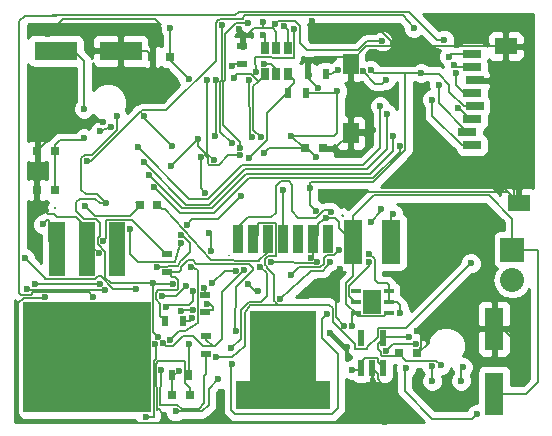
<source format=gbr>
G04 #@! TF.FileFunction,Copper,L2,Bot,Signal*
%FSLAX46Y46*%
G04 Gerber Fmt 4.6, Leading zero omitted, Abs format (unit mm)*
G04 Created by KiCad (PCBNEW 4.0.0-rc2-stable) date 6/30/2016 5:54:54 PM*
%MOMM*%
G01*
G04 APERTURE LIST*
%ADD10C,0.100000*%
%ADD11R,1.600000X3.700000*%
%ADD12R,0.800000X0.750000*%
%ADD13R,1.390000X4.600000*%
%ADD14R,10.800000X9.400000*%
%ADD15R,2.032000X2.032000*%
%ADD16O,2.032000X2.032000*%
%ADD17R,0.500000X0.900000*%
%ADD18R,0.900000X0.500000*%
%ADD19R,1.501140X0.749300*%
%ADD20R,1.899920X1.399540*%
%ADD21R,1.399540X1.800860*%
%ADD22R,0.650000X1.060000*%
%ADD23R,0.812800X0.406400*%
%ADD24R,1.498600X2.006600*%
%ADD25R,0.558800X1.320800*%
%ADD26R,5.590000X6.350000*%
%ADD27R,0.910000X2.410000*%
%ADD28R,8.000000X2.410000*%
%ADD29R,3.599180X1.600200*%
%ADD30R,1.600200X3.599180*%
%ADD31C,0.600000*%
%ADD32C,0.160000*%
%ADD33C,0.254000*%
G04 APERTURE END LIST*
D10*
D11*
X70710000Y-77190000D03*
X73910000Y-77190000D03*
D12*
X66650000Y-69260000D03*
X68150000Y-69260000D03*
X54120000Y-74040000D03*
X52620000Y-74040000D03*
X43905001Y-72785000D03*
X45405001Y-72785000D03*
X43960000Y-69520000D03*
X45460000Y-69520000D03*
X53690000Y-61490000D03*
X55190000Y-61490000D03*
X74610000Y-86560000D03*
X76110000Y-86560000D03*
X55350000Y-90160000D03*
X56850000Y-90160000D03*
D13*
X48160000Y-77760000D03*
D14*
X48160000Y-86910000D03*
D13*
X50700000Y-77760000D03*
X45620000Y-77760000D03*
D15*
X84160000Y-77840000D03*
D16*
X84160000Y-80380000D03*
D17*
X65210000Y-64530000D03*
X66710000Y-64530000D03*
D18*
X61310000Y-60590000D03*
X61310000Y-62090000D03*
D17*
X68360000Y-62980000D03*
X66860000Y-62980000D03*
X56270000Y-83880000D03*
X54770000Y-83880000D03*
D18*
X54920000Y-79740000D03*
X54920000Y-78240000D03*
X58180000Y-83150000D03*
X58180000Y-81650000D03*
X58220000Y-85180000D03*
X58220000Y-86680000D03*
D17*
X56820000Y-88480000D03*
X55320000Y-88480000D03*
D19*
X80770000Y-62401080D03*
X80770000Y-61301260D03*
X80970660Y-63500900D03*
X80770000Y-64600720D03*
X80770000Y-69000000D03*
X80371220Y-67900180D03*
X80770000Y-66800360D03*
X80970660Y-65700540D03*
D20*
X83619880Y-60600220D03*
X84719700Y-73848860D03*
D21*
X70470300Y-62149620D03*
X70470300Y-67950980D03*
D22*
X63240000Y-60790000D03*
X64190000Y-60790000D03*
X65140000Y-60790000D03*
X65140000Y-62990000D03*
X63240000Y-62990000D03*
X64190000Y-62990000D03*
D23*
X70923000Y-83209800D03*
X70923000Y-82270000D03*
X70923000Y-81330200D03*
X73717000Y-81330200D03*
X73717000Y-82270000D03*
X73717000Y-83209800D03*
D24*
X72294600Y-82244600D03*
D25*
X73229800Y-87860000D03*
X72290000Y-87860000D03*
X71350200Y-87860000D03*
X71350200Y-85320000D03*
X73229800Y-85320000D03*
D26*
X64730000Y-86170000D03*
D27*
X60920000Y-76945000D03*
X62190000Y-76945000D03*
X63460000Y-76945000D03*
X64730000Y-76945000D03*
X66000000Y-76945000D03*
X67270000Y-76945000D03*
X68540000Y-76945000D03*
D28*
X64730000Y-90170000D03*
D29*
X45509180Y-61000000D03*
X51010820Y-61000000D03*
D30*
X82620000Y-90030820D03*
X82620000Y-84529180D03*
D31*
X85020000Y-87200000D03*
X44890000Y-59600000D03*
X84900000Y-62120000D03*
X67950000Y-72950000D03*
X64750000Y-72820000D03*
X58080000Y-81050000D03*
X57130000Y-82930000D03*
X56080000Y-83030000D03*
X44590000Y-81860000D03*
X67720000Y-64130000D03*
X63060000Y-58550000D03*
X67210000Y-58460000D03*
X68110000Y-59380000D03*
X61000000Y-59150000D03*
X69590000Y-79440000D03*
X69950000Y-84270000D03*
X70160000Y-86110000D03*
X68770000Y-84850000D03*
X79375000Y-78994000D03*
X76708000Y-80772000D03*
X72390000Y-67691000D03*
X76835000Y-70358000D03*
X78232000Y-70358000D03*
X49530000Y-67056000D03*
X49210000Y-78110000D03*
X76073000Y-84709000D03*
X72009000Y-78867000D03*
X73370000Y-92430000D03*
X76581000Y-85344000D03*
X49530000Y-77089000D03*
X54290000Y-59140000D03*
X54500000Y-81740000D03*
X56520000Y-80890000D03*
X59060000Y-86880000D03*
X57080000Y-83640000D03*
X80645000Y-78994000D03*
X69510000Y-77860000D03*
X72190000Y-75450000D03*
X73050000Y-74400000D03*
X65410000Y-80000000D03*
X49770000Y-73880000D03*
X50680000Y-66550000D03*
X72070000Y-78190000D03*
X64516000Y-82042000D03*
X68690000Y-78840000D03*
X74676000Y-83185000D03*
X58630000Y-77940000D03*
X58510000Y-76410000D03*
X81160000Y-91770000D03*
X75180000Y-87870000D03*
X67040000Y-72640000D03*
X67564000Y-74549000D03*
X56800000Y-85830000D03*
X72200000Y-62630000D03*
X54130000Y-85240000D03*
X76420000Y-62880000D03*
X73490000Y-86420000D03*
X75980000Y-85860000D03*
X53730000Y-80660000D03*
X55410000Y-80780000D03*
X62610000Y-81350000D03*
X61750000Y-80730000D03*
X68400000Y-75160000D03*
X47910000Y-65900000D03*
X52290000Y-81140000D03*
X67140000Y-78500000D03*
X60780000Y-79660000D03*
X58710000Y-80640000D03*
X57160000Y-81370000D03*
X54850000Y-82700000D03*
X42870000Y-78570000D03*
X63080000Y-59700000D03*
X47910000Y-68400000D03*
X70612000Y-88011000D03*
X70612000Y-84328000D03*
X74080000Y-74810000D03*
X68790000Y-74650000D03*
X69342000Y-64389000D03*
X63110000Y-69680000D03*
X61070000Y-69860000D03*
X57531000Y-68453000D03*
X55245000Y-70739000D03*
X67510000Y-69980000D03*
X65470000Y-68210000D03*
X47970000Y-74110000D03*
X44450000Y-75692000D03*
X53170000Y-92010000D03*
X53880000Y-85840000D03*
X75438000Y-85217000D03*
X78105000Y-87630000D03*
X55970000Y-88100000D03*
X54560000Y-85710000D03*
X61450000Y-79530000D03*
X63760000Y-78900000D03*
X67670000Y-78870000D03*
X54420000Y-88010000D03*
X55190000Y-85470000D03*
X56950000Y-79320000D03*
X49670000Y-81240000D03*
X43060000Y-81200000D03*
X43730000Y-80730000D03*
X49230000Y-80700000D03*
X56130000Y-77240000D03*
X51830000Y-76050000D03*
X55660000Y-91520000D03*
X59280000Y-88820000D03*
X77380000Y-88960000D03*
X77340000Y-87700000D03*
X79830000Y-88930000D03*
X79950000Y-87780000D03*
X56750000Y-63360000D03*
X60610000Y-63280000D03*
X55180000Y-59040000D03*
X62870000Y-68320000D03*
X59600000Y-58830000D03*
X60410000Y-68800000D03*
X61770000Y-58640000D03*
X61140000Y-69210000D03*
X64110000Y-58690000D03*
X73160000Y-60200000D03*
X48670000Y-81820000D03*
X71540000Y-62740000D03*
X73430000Y-63450000D03*
X78410000Y-60110000D03*
X69410000Y-62610000D03*
X64800000Y-58890000D03*
X52959000Y-66548000D03*
X55372000Y-69088000D03*
X61849000Y-70104000D03*
X63150000Y-62080000D03*
X60450000Y-62320000D03*
X54120000Y-79340000D03*
X56090000Y-76610000D03*
X56600000Y-75710000D03*
X61170000Y-73300000D03*
X60740000Y-84700000D03*
X58293000Y-82423000D03*
X52440000Y-69180000D03*
X72960000Y-65680000D03*
X73540000Y-66330000D03*
X52950000Y-70410000D03*
X53370000Y-71490000D03*
X74050000Y-68230000D03*
X79600000Y-65860000D03*
X79370000Y-62900000D03*
X79250000Y-62210000D03*
X78820000Y-61480000D03*
X77370000Y-65130000D03*
X77930000Y-63860000D03*
X74620000Y-69030000D03*
X53790000Y-72560000D03*
X61890000Y-63480000D03*
X62120000Y-68260000D03*
X57770000Y-70010000D03*
X58140000Y-73010000D03*
X68470000Y-83290000D03*
X60460000Y-87550000D03*
X60380000Y-86180000D03*
X62810000Y-79260000D03*
X49290000Y-67790000D03*
X50230000Y-67440000D03*
X62440000Y-62780000D03*
X65670000Y-59130000D03*
X48133000Y-70358000D03*
X75819000Y-59055000D03*
X58320000Y-63440000D03*
X58880000Y-70230000D03*
X59070000Y-63450000D03*
X59000000Y-68230000D03*
D32*
X60195721Y-78310000D02*
X60200000Y-78310000D01*
X60180000Y-78294279D02*
X60195721Y-78310000D01*
X45405001Y-74235001D02*
X45460000Y-74290000D01*
X45466000Y-74295000D02*
X45460000Y-74290000D01*
X69800000Y-74950000D02*
X69800000Y-74890000D01*
X69780000Y-74930000D02*
X69800000Y-74950000D01*
X82620000Y-84529180D02*
X83349180Y-84529180D01*
X83349180Y-84529180D02*
X85020000Y-86200000D01*
X85020000Y-86200000D02*
X85020000Y-87200000D01*
X51010820Y-61000000D02*
X53200000Y-61000000D01*
X53200000Y-61000000D02*
X53690000Y-61490000D01*
X44890000Y-59600000D02*
X44890000Y-59510000D01*
X54290000Y-58620000D02*
X54290000Y-59140000D01*
X53950000Y-58280000D02*
X54290000Y-58620000D01*
X46120000Y-58280000D02*
X53950000Y-58280000D01*
X44890000Y-59510000D02*
X46120000Y-58280000D01*
X84295000Y-72755000D02*
X84295000Y-73424160D01*
X84295000Y-73424160D02*
X84719700Y-73848860D01*
X71170000Y-72950000D02*
X83820840Y-72950000D01*
X83820840Y-72950000D02*
X84719700Y-73848860D01*
X54078186Y-91339212D02*
X54269212Y-91339212D01*
X54269212Y-91339212D02*
X55210000Y-92480000D01*
X64750000Y-76925000D02*
X64750000Y-72820000D01*
X84900000Y-62120000D02*
X83990000Y-63030000D01*
X83990000Y-63030000D02*
X83990000Y-72450000D01*
X83990000Y-72450000D02*
X84295000Y-72755000D01*
X84295000Y-72755000D02*
X84300000Y-72760000D01*
X71220000Y-72950000D02*
X71170000Y-72950000D01*
X71170000Y-72950000D02*
X67950000Y-72950000D01*
X64750000Y-76925000D02*
X64730000Y-76945000D01*
X58180000Y-81150000D02*
X58180000Y-81650000D01*
X58080000Y-81050000D02*
X58180000Y-81150000D01*
X56180000Y-82930000D02*
X57130000Y-82930000D01*
X56080000Y-83030000D02*
X56180000Y-82930000D01*
X54460000Y-92480000D02*
X55210000Y-92480000D01*
X44590000Y-81860000D02*
X44560000Y-81890000D01*
X44560000Y-81890000D02*
X42810000Y-81890000D01*
X42810000Y-81890000D02*
X42330000Y-82370000D01*
X42330000Y-82370000D02*
X42330000Y-91730000D01*
X42330000Y-91730000D02*
X42850000Y-92400000D01*
X42850000Y-92400000D02*
X54460000Y-92480000D01*
X67720000Y-64130000D02*
X66860000Y-63270000D01*
X66860000Y-63270000D02*
X66860000Y-62980000D01*
X73900000Y-60600220D02*
X73900000Y-60140000D01*
X73140000Y-59380000D02*
X68110000Y-59380000D01*
X73900000Y-60140000D02*
X73140000Y-59380000D01*
X63030000Y-59090000D02*
X63030000Y-58580000D01*
X63030000Y-58580000D02*
X63060000Y-58550000D01*
X68110000Y-59360000D02*
X68110000Y-59380000D01*
X67210000Y-58460000D02*
X68110000Y-59360000D01*
X61310000Y-60590000D02*
X61310000Y-59460000D01*
X61310000Y-59460000D02*
X61000000Y-59150000D01*
X56850000Y-90160000D02*
X56850000Y-89510000D01*
X55210000Y-92480000D02*
X73370000Y-92430000D01*
X53970997Y-87509536D02*
X54078186Y-91339212D01*
X54078186Y-91339212D02*
X54079289Y-91378620D01*
X54130000Y-87250000D02*
X53970997Y-87509536D01*
X56370000Y-87250000D02*
X54130000Y-87250000D01*
X56420000Y-87300000D02*
X56370000Y-87250000D01*
X56420000Y-89080000D02*
X56420000Y-87300000D01*
X56850000Y-89510000D02*
X56420000Y-89080000D01*
X69220000Y-83320000D02*
X69220000Y-80010000D01*
X69590000Y-79640000D02*
X69590000Y-79440000D01*
X69220000Y-80010000D02*
X69590000Y-79640000D01*
X69220000Y-83540000D02*
X69220000Y-83320000D01*
X69220000Y-83320000D02*
X69220000Y-83260000D01*
X69950000Y-84270000D02*
X69220000Y-83540000D01*
X70030000Y-86110000D02*
X70160000Y-86110000D01*
X68770000Y-84850000D02*
X70030000Y-86110000D01*
X43960000Y-69520000D02*
X43960000Y-71040000D01*
X43960000Y-71040000D02*
X43900000Y-71100000D01*
X43905001Y-72785000D02*
X43905001Y-74235001D01*
X43905001Y-74235001D02*
X43960000Y-74290000D01*
X79375000Y-78994000D02*
X77597000Y-80772000D01*
X77597000Y-80772000D02*
X76708000Y-80772000D01*
X48160000Y-77760000D02*
X48133000Y-77724000D01*
X48133000Y-77724000D02*
X48133000Y-75946000D01*
X48133000Y-75946000D02*
X47244000Y-75057000D01*
X47244000Y-75057000D02*
X45593000Y-75057000D01*
X45593000Y-75057000D02*
X45339000Y-74803000D01*
X45339000Y-74803000D02*
X44831000Y-74803000D01*
X44831000Y-74803000D02*
X44323000Y-74295000D01*
X44323000Y-74295000D02*
X43942000Y-74295000D01*
X43942000Y-74295000D02*
X43960000Y-74290000D01*
X70470300Y-67950980D02*
X70485000Y-67945000D01*
X70485000Y-67945000D02*
X70739000Y-67691000D01*
X70739000Y-67691000D02*
X72390000Y-67691000D01*
X76835000Y-70358000D02*
X78232000Y-70358000D01*
X43960000Y-69520000D02*
X43942000Y-69469000D01*
X43942000Y-69469000D02*
X46355000Y-67056000D01*
X46355000Y-67056000D02*
X49530000Y-67056000D01*
X49210000Y-78110000D02*
X49083000Y-77983000D01*
X49083000Y-77983000D02*
X48133000Y-77724000D01*
X48133000Y-77724000D02*
X48160000Y-77760000D01*
X76073000Y-84709000D02*
X76200000Y-84836000D01*
X76200000Y-84836000D02*
X76708000Y-84836000D01*
X76708000Y-84836000D02*
X76835000Y-84963000D01*
X76835000Y-84963000D02*
X76962000Y-84963000D01*
X76962000Y-84963000D02*
X76962000Y-85090000D01*
X76962000Y-85090000D02*
X77089000Y-85217000D01*
X77089000Y-85217000D02*
X77089000Y-85725000D01*
X77089000Y-85725000D02*
X76200000Y-86614000D01*
X76200000Y-86614000D02*
X76073000Y-86614000D01*
X76073000Y-86614000D02*
X76110000Y-86560000D01*
X70358000Y-81788000D02*
X70866000Y-82296000D01*
X70358000Y-80899000D02*
X70358000Y-81788000D01*
X72009000Y-79248000D02*
X70358000Y-80899000D01*
X72009000Y-78867000D02*
X72009000Y-79248000D01*
X70866000Y-82296000D02*
X70923000Y-82270000D01*
X73370000Y-92430000D02*
X73469601Y-89689988D01*
X73469601Y-89689988D02*
X72771000Y-88773000D01*
X72771000Y-88773000D02*
X72771000Y-88392000D01*
X72771000Y-88392000D02*
X72263000Y-87884000D01*
X72263000Y-87884000D02*
X72290000Y-87860000D01*
X76110000Y-86560000D02*
X76073000Y-86614000D01*
X76073000Y-86614000D02*
X76073000Y-86487000D01*
X76073000Y-86487000D02*
X76454000Y-86106000D01*
X76454000Y-86106000D02*
X76454000Y-85471000D01*
X76454000Y-85471000D02*
X76581000Y-85344000D01*
X54920000Y-78240000D02*
X54864000Y-78232000D01*
X54864000Y-78232000D02*
X51943000Y-75311000D01*
X51943000Y-75311000D02*
X49784000Y-75311000D01*
X49784000Y-75311000D02*
X49784000Y-76835000D01*
X49784000Y-76835000D02*
X49530000Y-77089000D01*
X43905001Y-72785000D02*
X43942000Y-72771000D01*
X43942000Y-72771000D02*
X43942000Y-72644000D01*
X43942000Y-71120000D02*
X43900000Y-71100000D01*
X43960000Y-74290000D02*
X43942000Y-74295000D01*
X44069000Y-72771000D02*
X43942000Y-72771000D01*
X43942000Y-72771000D02*
X43905001Y-72785000D01*
X53690000Y-61490000D02*
X53690000Y-59740000D01*
X53690000Y-59740000D02*
X54290000Y-59140000D01*
X66860000Y-62980000D02*
X66860000Y-62060000D01*
X67400000Y-61520000D02*
X69840680Y-61520000D01*
X66860000Y-62060000D02*
X67400000Y-61520000D01*
X69840680Y-61520000D02*
X70470300Y-62149620D01*
X61310000Y-60590000D02*
X61310000Y-60040000D01*
X64190000Y-59410000D02*
X64190000Y-60790000D01*
X63870000Y-59090000D02*
X64190000Y-59410000D01*
X62260000Y-59090000D02*
X63030000Y-59090000D01*
X63030000Y-59090000D02*
X63870000Y-59090000D01*
X61310000Y-60040000D02*
X62260000Y-59090000D01*
X68150000Y-69260000D02*
X69161280Y-69260000D01*
X69161280Y-69260000D02*
X70470300Y-67950980D01*
X70470300Y-62149620D02*
X70470300Y-61909700D01*
X70470300Y-61909700D02*
X71779780Y-60600220D01*
X71779780Y-60600220D02*
X73900000Y-60600220D01*
X73900000Y-60600220D02*
X83619880Y-60600220D01*
X70470300Y-67950980D02*
X70470300Y-62149620D01*
X83560000Y-62690000D02*
X83560000Y-72689160D01*
X83560000Y-72689160D02*
X84719700Y-73848860D01*
X80970660Y-63500900D02*
X82749100Y-63500900D01*
X83619880Y-62630120D02*
X83619880Y-60600220D01*
X82749100Y-63500900D02*
X83560000Y-62690000D01*
X83560000Y-62690000D02*
X83619880Y-62630120D01*
X55670000Y-81740000D02*
X54500000Y-81740000D01*
X56520000Y-80890000D02*
X55670000Y-81740000D01*
X43960000Y-74290000D02*
X43960000Y-69520000D01*
X67879670Y-82510910D02*
X68680910Y-82510910D01*
X70840000Y-86130000D02*
X70866000Y-86130000D01*
X70840000Y-85820000D02*
X70840000Y-86130000D01*
X68950000Y-83930000D02*
X70840000Y-85820000D01*
X68950000Y-82780000D02*
X68950000Y-83930000D01*
X68680910Y-82510910D02*
X68950000Y-82780000D01*
X61980000Y-82550000D02*
X61550000Y-83210000D01*
X61550000Y-83210000D02*
X61530000Y-86010000D01*
X61530000Y-86010000D02*
X60460000Y-86880000D01*
X60460000Y-86880000D02*
X59060000Y-86880000D01*
X64430000Y-82550000D02*
X61980000Y-82550000D01*
X56840000Y-83880000D02*
X56270000Y-83880000D01*
X57080000Y-83640000D02*
X56840000Y-83880000D01*
X70866000Y-86233000D02*
X70866000Y-86130000D01*
X71882000Y-86233000D02*
X70866000Y-86233000D01*
X71882000Y-86106000D02*
X71882000Y-86233000D01*
X72771000Y-85217000D02*
X71882000Y-86106000D01*
X72771000Y-84455000D02*
X72771000Y-85217000D01*
X75184000Y-84455000D02*
X72771000Y-84455000D01*
X80645000Y-78994000D02*
X75184000Y-84455000D01*
X70866000Y-86130000D02*
X70866000Y-85979000D01*
X67960000Y-82510000D02*
X67879670Y-82510910D01*
X67879670Y-82510910D02*
X64430000Y-82550000D01*
X64430000Y-82550000D02*
X64389000Y-82550000D01*
X64389000Y-82550000D02*
X64262000Y-82423000D01*
X64262000Y-82423000D02*
X64135000Y-82423000D01*
X64135000Y-82423000D02*
X64135000Y-82296000D01*
X64135000Y-82296000D02*
X64008000Y-82169000D01*
X64008000Y-82169000D02*
X64008000Y-80010000D01*
X64008000Y-80010000D02*
X63373000Y-79375000D01*
X63373000Y-79375000D02*
X63373000Y-79248000D01*
X63373000Y-79248000D02*
X63246000Y-79121000D01*
X63246000Y-79121000D02*
X63246000Y-78613000D01*
X63246000Y-78613000D02*
X63500000Y-78359000D01*
X63500000Y-78359000D02*
X64135000Y-78359000D01*
X64135000Y-78359000D02*
X64135000Y-75565000D01*
X64135000Y-75565000D02*
X62611000Y-75565000D01*
X62611000Y-75565000D02*
X62611000Y-76581000D01*
X62611000Y-76581000D02*
X62230000Y-76962000D01*
X62230000Y-76962000D02*
X62190000Y-76945000D01*
X69580000Y-77790000D02*
X69510000Y-77860000D01*
X72190000Y-75450000D02*
X73050000Y-74590000D01*
X73050000Y-74590000D02*
X73050000Y-74400000D01*
X69100000Y-78290000D02*
X69600000Y-77790000D01*
X68450000Y-78290000D02*
X69100000Y-78290000D01*
X68180000Y-78560000D02*
X68450000Y-78290000D01*
X68180000Y-79040000D02*
X68180000Y-78560000D01*
X67890000Y-79330000D02*
X68180000Y-79040000D01*
X66080000Y-79330000D02*
X67890000Y-79330000D01*
X65410000Y-80000000D02*
X66080000Y-79330000D01*
X69600000Y-77790000D02*
X69580000Y-77790000D01*
X49770000Y-73880000D02*
X49240000Y-73880000D01*
X49240000Y-76650000D02*
X49060000Y-76830000D01*
X49240000Y-75560000D02*
X49240000Y-76650000D01*
X48880000Y-75200000D02*
X49240000Y-75560000D01*
X47930000Y-75200000D02*
X48880000Y-75200000D01*
X47250000Y-74520000D02*
X47930000Y-75200000D01*
X47250000Y-73790000D02*
X47250000Y-74520000D01*
X47530000Y-73510000D02*
X47250000Y-73790000D01*
X48870000Y-73510000D02*
X47530000Y-73510000D01*
X49240000Y-73880000D02*
X48870000Y-73510000D01*
X48060000Y-73140000D02*
X49030000Y-73140000D01*
X49030000Y-73140000D02*
X49770000Y-73880000D01*
X50680000Y-66550000D02*
X50680000Y-67700000D01*
X48060000Y-73110000D02*
X48060000Y-73140000D01*
X48060000Y-73140000D02*
X48060000Y-73150000D01*
X47690000Y-72740000D02*
X48060000Y-73110000D01*
X47690000Y-70070000D02*
X47690000Y-72740000D01*
X47950000Y-69810000D02*
X47690000Y-70070000D01*
X48570000Y-69810000D02*
X47950000Y-69810000D01*
X50680000Y-67700000D02*
X48570000Y-69810000D01*
X50660000Y-66570000D02*
X50660000Y-66610000D01*
X50680000Y-66550000D02*
X50660000Y-66570000D01*
X49060000Y-77360000D02*
X49710000Y-78010000D01*
X49060000Y-77020000D02*
X49060000Y-77360000D01*
X49060000Y-76830000D02*
X49060000Y-77020000D01*
X49060000Y-77020000D02*
X49060000Y-77030000D01*
X49710000Y-78010000D02*
X49710000Y-79760000D01*
X67131442Y-79656673D02*
X67810000Y-79630000D01*
X64516000Y-82042000D02*
X67131442Y-79656673D01*
X68140000Y-79630000D02*
X67810000Y-79630000D01*
X68690000Y-78840000D02*
X68140000Y-79630000D01*
X72540000Y-80420000D02*
X72540000Y-78660000D01*
X72540000Y-78660000D02*
X72070000Y-78190000D01*
X72070000Y-78190000D02*
X72040000Y-78190000D01*
X73717000Y-82270000D02*
X74420000Y-82270000D01*
X74676000Y-82526000D02*
X74676000Y-83185000D01*
X74420000Y-82270000D02*
X74676000Y-82526000D01*
X73717000Y-80827000D02*
X73717000Y-81330200D01*
X73550000Y-80660000D02*
X73717000Y-80827000D01*
X72780000Y-80660000D02*
X73550000Y-80660000D01*
X72517000Y-80397000D02*
X72540000Y-80420000D01*
X72540000Y-80420000D02*
X72780000Y-80660000D01*
X73717000Y-82270000D02*
X73717000Y-81330200D01*
X58630000Y-76530000D02*
X58630000Y-77940000D01*
X58510000Y-76410000D02*
X58630000Y-76530000D01*
X67040000Y-72640000D02*
X67040000Y-72190000D01*
X75100000Y-69390000D02*
X75100000Y-62880000D01*
X72400000Y-72090000D02*
X75100000Y-69390000D01*
X67140000Y-72090000D02*
X72400000Y-72090000D01*
X67040000Y-72190000D02*
X67140000Y-72090000D01*
X75100000Y-62880000D02*
X75100000Y-62910000D01*
X75100000Y-62910000D02*
X75100000Y-62880000D01*
X80790000Y-92140000D02*
X81160000Y-91770000D01*
X77360000Y-92140000D02*
X80790000Y-92140000D01*
X75040000Y-89820000D02*
X77360000Y-92140000D01*
X75040000Y-88010000D02*
X75040000Y-89820000D01*
X75180000Y-87870000D02*
X75040000Y-88010000D01*
X49710000Y-79760000D02*
X49710000Y-80200000D01*
X50170000Y-80660000D02*
X53730000Y-80660000D01*
X49710000Y-80200000D02*
X50170000Y-80660000D01*
X67040000Y-72640000D02*
X67056000Y-74041000D01*
X67056000Y-74041000D02*
X67564000Y-74549000D01*
X73660000Y-82296000D02*
X73717000Y-82270000D01*
X73717000Y-82270000D02*
X73660000Y-82296000D01*
X73717000Y-82270000D02*
X73660000Y-82296000D01*
X74041000Y-81280000D02*
X73660000Y-81280000D01*
X73660000Y-81280000D02*
X73717000Y-81330200D01*
X56820000Y-88480000D02*
X56820000Y-86030000D01*
X56820000Y-86030000D02*
X56800000Y-85830000D01*
X72200000Y-62630000D02*
X72450000Y-62880000D01*
X72450000Y-62880000D02*
X75100000Y-62880000D01*
X75100000Y-62880000D02*
X76420000Y-62880000D01*
X54130000Y-85240000D02*
X53730000Y-84840000D01*
X53730000Y-84840000D02*
X53730000Y-80660000D01*
X80070540Y-65700540D02*
X80970660Y-65700540D01*
X78840000Y-64470000D02*
X80070540Y-65700540D01*
X78840000Y-63850000D02*
X78840000Y-64470000D01*
X77920000Y-62930000D02*
X78840000Y-63850000D01*
X76470000Y-62930000D02*
X77920000Y-62930000D01*
X76420000Y-62880000D02*
X76470000Y-62930000D01*
X73490000Y-86420000D02*
X74050000Y-85860000D01*
X74050000Y-85860000D02*
X75980000Y-85860000D01*
X53850000Y-80780000D02*
X55410000Y-80780000D01*
X53730000Y-80660000D02*
X53850000Y-80780000D01*
X67564000Y-74549000D02*
X67564000Y-74406000D01*
X62370000Y-81350000D02*
X62610000Y-81350000D01*
X61750000Y-80730000D02*
X62370000Y-81350000D01*
X69520000Y-75570000D02*
X69520000Y-76000000D01*
X69520000Y-76000000D02*
X70710000Y-77190000D01*
X68400000Y-75160000D02*
X69170000Y-75160000D01*
X67691000Y-76581000D02*
X67691000Y-75565000D01*
X67818000Y-75565000D02*
X67691000Y-75565000D01*
X68400000Y-75160000D02*
X67818000Y-75565000D01*
X69520000Y-75510000D02*
X69520000Y-75570000D01*
X69170000Y-75160000D02*
X69520000Y-75510000D01*
X82620000Y-90030820D02*
X85349180Y-90030820D01*
X86220000Y-77840000D02*
X84160000Y-77840000D01*
X86310000Y-77930000D02*
X86220000Y-77840000D01*
X86310000Y-89070000D02*
X86310000Y-77930000D01*
X85349180Y-90030820D02*
X86310000Y-89070000D01*
X45509180Y-61000000D02*
X47040000Y-61000000D01*
X47040000Y-61000000D02*
X47910000Y-61870000D01*
X47910000Y-61870000D02*
X47910000Y-65900000D01*
X45460000Y-69520000D02*
X45460000Y-72730001D01*
X45460000Y-72730001D02*
X45405001Y-72785000D01*
X70710000Y-77190000D02*
X70710000Y-74970000D01*
X70710000Y-74970000D02*
X72470000Y-73210000D01*
X72470000Y-73210000D02*
X82170000Y-73210000D01*
X82170000Y-73210000D02*
X84160000Y-75200000D01*
X84160000Y-75200000D02*
X84160000Y-77840000D01*
X70710000Y-77190000D02*
X70710000Y-80060000D01*
X70710000Y-80060000D02*
X70110000Y-80660000D01*
X70110000Y-80660000D02*
X70110000Y-82396800D01*
X70110000Y-82396800D02*
X70923000Y-83209800D01*
X70400000Y-75490000D02*
X70430000Y-75520000D01*
X48870000Y-80340000D02*
X49120000Y-80090000D01*
X49120000Y-80090000D02*
X49320000Y-80090000D01*
X49320000Y-80090000D02*
X50370000Y-81140000D01*
X50370000Y-81140000D02*
X52290000Y-81140000D01*
X44650000Y-80340000D02*
X48870000Y-80340000D01*
X67270000Y-78370000D02*
X67270000Y-76945000D01*
X67140000Y-78500000D02*
X67270000Y-78370000D01*
X59810000Y-79660000D02*
X60780000Y-79660000D01*
X58710000Y-80640000D02*
X59810000Y-79660000D01*
X57160000Y-82150000D02*
X57160000Y-81370000D01*
X56800000Y-82510000D02*
X57160000Y-82150000D01*
X55040000Y-82510000D02*
X56800000Y-82510000D01*
X54850000Y-82700000D02*
X55040000Y-82510000D01*
X44650000Y-80340000D02*
X44620000Y-80310000D01*
X44650000Y-80350000D02*
X44650000Y-80340000D01*
X42870000Y-78570000D02*
X44650000Y-80350000D01*
X63240000Y-60790000D02*
X63240000Y-59860000D01*
X63240000Y-59860000D02*
X63080000Y-59700000D01*
X47910000Y-68400000D02*
X47750000Y-68560000D01*
X47750000Y-68560000D02*
X45910000Y-68560000D01*
X45910000Y-68560000D02*
X45460000Y-69010000D01*
X45460000Y-69010000D02*
X45460000Y-69520000D01*
X84201000Y-77851000D02*
X84160000Y-77840000D01*
X70923000Y-83209800D02*
X70866000Y-83185000D01*
X71350200Y-87860000D02*
X71374000Y-87884000D01*
X71374000Y-87884000D02*
X71247000Y-88011000D01*
X71247000Y-88011000D02*
X70612000Y-88011000D01*
X70612000Y-84328000D02*
X70612000Y-83439000D01*
X70612000Y-83439000D02*
X70866000Y-83185000D01*
X70866000Y-83185000D02*
X70923000Y-83209800D01*
X67691000Y-76581000D02*
X67310000Y-76962000D01*
X67310000Y-76962000D02*
X67270000Y-76945000D01*
X70923000Y-83209800D02*
X70866000Y-83185000D01*
X70866000Y-83185000D02*
X71120000Y-83439000D01*
X71120000Y-83439000D02*
X73279000Y-83439000D01*
X73279000Y-83439000D02*
X73533000Y-83185000D01*
X73533000Y-83185000D02*
X73660000Y-83185000D01*
X73660000Y-83185000D02*
X73717000Y-83209800D01*
X45212000Y-72517000D02*
X45466000Y-72771000D01*
X45466000Y-72771000D02*
X45405001Y-72785000D01*
X71350200Y-87860000D02*
X71374000Y-87884000D01*
X71374000Y-87884000D02*
X71374000Y-87376000D01*
X71374000Y-87376000D02*
X71628000Y-87122000D01*
X71628000Y-87122000D02*
X71628000Y-86995000D01*
X71628000Y-86995000D02*
X72771000Y-86995000D01*
X72771000Y-86995000D02*
X72771000Y-87376000D01*
X72771000Y-87376000D02*
X73279000Y-87884000D01*
X73279000Y-87884000D02*
X73229800Y-87860000D01*
X45405001Y-72785000D02*
X45466000Y-72771000D01*
X68500000Y-74440000D02*
X68630000Y-74490000D01*
X73910000Y-74980000D02*
X73910000Y-77190000D01*
X74080000Y-74810000D02*
X73910000Y-74980000D01*
X68630000Y-74490000D02*
X68790000Y-74650000D01*
X61798000Y-75108000D02*
X63742000Y-75108000D01*
X68260000Y-74440000D02*
X68500000Y-74440000D01*
X68500000Y-74440000D02*
X68530000Y-74440000D01*
X67570000Y-75130000D02*
X68260000Y-74440000D01*
X66050000Y-75130000D02*
X67570000Y-75130000D01*
X65510000Y-74590000D02*
X66050000Y-75130000D01*
X65510000Y-72320000D02*
X65510000Y-74590000D01*
X65230000Y-72040000D02*
X65510000Y-72320000D01*
X64540000Y-72040000D02*
X65230000Y-72040000D01*
X64150000Y-72430000D02*
X64540000Y-72040000D01*
X64150000Y-74700000D02*
X64150000Y-72430000D01*
X63742000Y-75108000D02*
X64150000Y-74700000D01*
X60920000Y-76945000D02*
X60960000Y-76962000D01*
X60960000Y-76962000D02*
X60960000Y-75946000D01*
X60960000Y-75946000D02*
X61798000Y-75108000D01*
X61798000Y-75108000D02*
X61843000Y-75063000D01*
X61843000Y-75063000D02*
X61849000Y-75057000D01*
X66710000Y-64530000D02*
X69201000Y-64530000D01*
X69201000Y-64530000D02*
X69342000Y-64389000D01*
X65470000Y-68210000D02*
X69080000Y-68210000D01*
X69080000Y-68210000D02*
X69342000Y-67948000D01*
X69342000Y-67948000D02*
X69342000Y-64389000D01*
X57531000Y-68453000D02*
X57531000Y-69091000D01*
X63530000Y-69260000D02*
X66650000Y-69260000D01*
X63110000Y-69680000D02*
X63530000Y-69260000D01*
X60110000Y-69860000D02*
X61070000Y-69860000D01*
X59330000Y-70640000D02*
X60110000Y-69860000D01*
X58510000Y-70640000D02*
X59330000Y-70640000D01*
X58380000Y-70510000D02*
X58510000Y-70640000D01*
X58380000Y-70030000D02*
X58380000Y-70510000D01*
X58130000Y-69780000D02*
X58380000Y-70030000D01*
X58130000Y-69690000D02*
X58130000Y-69780000D01*
X57531000Y-69091000D02*
X58130000Y-69690000D01*
X57531000Y-68453000D02*
X55245000Y-70739000D01*
X66710000Y-64530000D02*
X66675000Y-64516000D01*
X66675000Y-64516000D02*
X66675000Y-64262000D01*
X66650000Y-69260000D02*
X66790000Y-69260000D01*
X66790000Y-69260000D02*
X67510000Y-69980000D01*
X65470000Y-68210000D02*
X66520000Y-69260000D01*
X66520000Y-69260000D02*
X66650000Y-69260000D01*
X62629537Y-78808870D02*
X62671130Y-78808870D01*
X62671130Y-78808870D02*
X63460000Y-78020000D01*
X63460000Y-78020000D02*
X63460000Y-76945000D01*
X54120000Y-74040000D02*
X54102000Y-74041000D01*
X54102000Y-74041000D02*
X54483000Y-74422000D01*
X54483000Y-74422000D02*
X54737000Y-74422000D01*
X54737000Y-74422000D02*
X58661212Y-78745208D01*
X58661212Y-78745208D02*
X62629537Y-78808870D01*
X62629537Y-78808870D02*
X62700000Y-78810000D01*
X63500000Y-76962000D02*
X63460000Y-76945000D01*
X48810000Y-74950000D02*
X47970000Y-74110000D01*
X51780000Y-74950000D02*
X48810000Y-74950000D01*
X52620000Y-74040000D02*
X52620000Y-74110000D01*
X52620000Y-74110000D02*
X51780000Y-74950000D01*
X44958000Y-75311000D02*
X44958000Y-77089000D01*
X44704000Y-75311000D02*
X44958000Y-75311000D01*
X44704000Y-75438000D02*
X44704000Y-75311000D01*
X44450000Y-75692000D02*
X44704000Y-75438000D01*
X52620000Y-74040000D02*
X52578000Y-74041000D01*
X52578000Y-74041000D02*
X52324000Y-73787000D01*
X44958000Y-77089000D02*
X45593000Y-77724000D01*
X45593000Y-77724000D02*
X45620000Y-77760000D01*
X53800000Y-91980000D02*
X53200000Y-91980000D01*
X53200000Y-91980000D02*
X53170000Y-92010000D01*
X53970000Y-86690000D02*
X53970000Y-87080000D01*
X53800000Y-87250000D02*
X53800000Y-91980000D01*
X53800000Y-91980000D02*
X53800000Y-91990000D01*
X53970000Y-87080000D02*
X53800000Y-87250000D01*
X53970000Y-85930000D02*
X53970000Y-86690000D01*
X53970000Y-86690000D02*
X53970000Y-86750000D01*
X53880000Y-85840000D02*
X53970000Y-85930000D01*
X73229800Y-85320000D02*
X73279000Y-85344000D01*
X73279000Y-85344000D02*
X73406000Y-85217000D01*
X73406000Y-85217000D02*
X75438000Y-85217000D01*
X74610000Y-86560000D02*
X74549000Y-86614000D01*
X74549000Y-86614000D02*
X75184000Y-87249000D01*
X75184000Y-87249000D02*
X77724000Y-87249000D01*
X77724000Y-87249000D02*
X78105000Y-87630000D01*
X74610000Y-86560000D02*
X74549000Y-86614000D01*
X74549000Y-86614000D02*
X74295000Y-86868000D01*
X74295000Y-86868000D02*
X73152000Y-86868000D01*
X73152000Y-86868000D02*
X73025000Y-86741000D01*
X73025000Y-86741000D02*
X73025000Y-86487000D01*
X73025000Y-86487000D02*
X72771000Y-86233000D01*
X72771000Y-86233000D02*
X72771000Y-85852000D01*
X72771000Y-85852000D02*
X73279000Y-85344000D01*
X73279000Y-85344000D02*
X73229800Y-85320000D01*
X55320000Y-88480000D02*
X55510000Y-88480000D01*
X55510000Y-88480000D02*
X55970000Y-88100000D01*
X55320000Y-88480000D02*
X55320000Y-90130000D01*
X55320000Y-90130000D02*
X55350000Y-90160000D01*
X58220000Y-85180000D02*
X58220000Y-85440000D01*
X58220000Y-85440000D02*
X58790000Y-86010000D01*
X54840000Y-85990000D02*
X54560000Y-85710000D01*
X55460000Y-85990000D02*
X54840000Y-85990000D01*
X56270000Y-85180000D02*
X55460000Y-85990000D01*
X57110000Y-85180000D02*
X56270000Y-85180000D01*
X57940000Y-86010000D02*
X57110000Y-85180000D01*
X59020000Y-86010000D02*
X58790000Y-86010000D01*
X58790000Y-86010000D02*
X57940000Y-86010000D01*
X59600000Y-85430000D02*
X59020000Y-86010000D01*
X59600000Y-81450000D02*
X59600000Y-85430000D01*
X61450000Y-79530000D02*
X59600000Y-81450000D01*
X67610000Y-78930000D02*
X63760000Y-78900000D01*
X67670000Y-78870000D02*
X67610000Y-78930000D01*
X58220000Y-86680000D02*
X58220000Y-88400000D01*
X54350235Y-90980006D02*
X54420000Y-88010000D01*
X55790869Y-91001368D02*
X54350235Y-90980006D01*
X56180000Y-91320000D02*
X55790869Y-91001368D01*
X57610000Y-91320000D02*
X56180000Y-91320000D01*
X58090000Y-90840000D02*
X57610000Y-91320000D01*
X58090000Y-88530000D02*
X58090000Y-90840000D01*
X58220000Y-88400000D02*
X58090000Y-88530000D01*
X55930000Y-84730000D02*
X55190000Y-85470000D01*
X56440000Y-84730000D02*
X55930000Y-84730000D01*
X57560000Y-84010000D02*
X56440000Y-84730000D01*
X57550000Y-79530000D02*
X57560000Y-84010000D01*
X56950000Y-79320000D02*
X57550000Y-79530000D01*
X43080000Y-81220000D02*
X49670000Y-81240000D01*
X43060000Y-81200000D02*
X43080000Y-81220000D01*
X43760000Y-80700000D02*
X43730000Y-80730000D01*
X43760000Y-80700000D02*
X49230000Y-80700000D01*
X49090000Y-80840000D02*
X49230000Y-80700000D01*
X56130000Y-77240000D02*
X56080000Y-77290000D01*
X56080000Y-77290000D02*
X55860000Y-77920000D01*
X55860000Y-77920000D02*
X55610000Y-78870000D01*
X55610000Y-78870000D02*
X52510000Y-78870000D01*
X52510000Y-78870000D02*
X51830000Y-78190000D01*
X51830000Y-78190000D02*
X51830000Y-76050000D01*
X57890000Y-91520000D02*
X55660000Y-91520000D01*
X58460000Y-90950000D02*
X57890000Y-91520000D01*
X58460000Y-89640000D02*
X58460000Y-90950000D01*
X59280000Y-88820000D02*
X58460000Y-89640000D01*
X77380000Y-87740000D02*
X77380000Y-88960000D01*
X77340000Y-87700000D02*
X77380000Y-87740000D01*
X79830000Y-87900000D02*
X79830000Y-88930000D01*
X79950000Y-87780000D02*
X79830000Y-87900000D01*
X62601438Y-63602762D02*
X62601438Y-63571438D01*
X56750000Y-63360000D02*
X55190000Y-61800000D01*
X60890000Y-63000000D02*
X60610000Y-63280000D01*
X62030000Y-63000000D02*
X60890000Y-63000000D01*
X62601438Y-63571438D02*
X62030000Y-63000000D01*
X55190000Y-61800000D02*
X55190000Y-61490000D01*
X55190000Y-61490000D02*
X55190000Y-59050000D01*
X55190000Y-59050000D02*
X55180000Y-59040000D01*
X62250000Y-63940000D02*
X62601438Y-63602762D01*
X62601438Y-63602762D02*
X63240000Y-62990000D01*
X62240000Y-67690000D02*
X62250000Y-63940000D01*
X62870000Y-68320000D02*
X62240000Y-67690000D01*
X59600000Y-63480000D02*
X59600000Y-58830000D01*
X59440000Y-63640000D02*
X59600000Y-63480000D01*
X59440000Y-67830000D02*
X59440000Y-63640000D01*
X60410000Y-68800000D02*
X59440000Y-67830000D01*
X60780000Y-58640000D02*
X61770000Y-58640000D01*
X59880000Y-59540000D02*
X60780000Y-58640000D01*
X59880000Y-63460000D02*
X59880000Y-59540000D01*
X59680000Y-63660000D02*
X59880000Y-63460000D01*
X59680000Y-67280000D02*
X59680000Y-63660000D01*
X61120000Y-68720000D02*
X59680000Y-67280000D01*
X61120000Y-69190000D02*
X61120000Y-68720000D01*
X61140000Y-69210000D02*
X61120000Y-69190000D01*
X65780000Y-58480000D02*
X66230000Y-58930000D01*
X65780000Y-58480000D02*
X64320000Y-58480000D01*
X64320000Y-58480000D02*
X64110000Y-58690000D01*
X71830000Y-60200000D02*
X73160000Y-60200000D01*
X71100000Y-60930000D02*
X71830000Y-60200000D01*
X66800000Y-60930000D02*
X71100000Y-60930000D01*
X66230000Y-60360000D02*
X66800000Y-60930000D01*
X66230000Y-58930000D02*
X66230000Y-60360000D01*
X73090000Y-60130000D02*
X72790000Y-60170000D01*
X73160000Y-60200000D02*
X73090000Y-60130000D01*
X42430000Y-60760000D02*
X42430000Y-58500000D01*
X48670000Y-81820000D02*
X48300000Y-81450000D01*
X48300000Y-81450000D02*
X43620000Y-81450000D01*
X43620000Y-81450000D02*
X43430000Y-81640000D01*
X43430000Y-81640000D02*
X42580000Y-81640000D01*
X42580000Y-81640000D02*
X42430000Y-81490000D01*
X42430000Y-81490000D02*
X42430000Y-60760000D01*
X45540000Y-58010000D02*
X45540000Y-57990000D01*
X42920000Y-58010000D02*
X45540000Y-58010000D01*
X42430000Y-58500000D02*
X42920000Y-58010000D01*
X72580000Y-63780000D02*
X71540000Y-62740000D01*
X73100000Y-63780000D02*
X72580000Y-63780000D01*
X73430000Y-63450000D02*
X73100000Y-63780000D01*
X77820000Y-60110000D02*
X78410000Y-60110000D01*
X75380000Y-57670000D02*
X77820000Y-60110000D01*
X61020000Y-57670000D02*
X75380000Y-57670000D01*
X60700000Y-57990000D02*
X61020000Y-57670000D01*
X45200000Y-57990000D02*
X45540000Y-57990000D01*
X45540000Y-57990000D02*
X60700000Y-57990000D01*
X68360000Y-62980000D02*
X68830000Y-62980000D01*
X68830000Y-62980000D02*
X69410000Y-62610000D01*
X65140000Y-59230000D02*
X65140000Y-60790000D01*
X64800000Y-58890000D02*
X65140000Y-59230000D01*
X52959000Y-66548000D02*
X52959000Y-66675000D01*
X52959000Y-66675000D02*
X55372000Y-69088000D01*
X61849000Y-70104000D02*
X63373000Y-68580000D01*
X63373000Y-68580000D02*
X63373000Y-66294000D01*
X63373000Y-66294000D02*
X65151000Y-64516000D01*
X65151000Y-64516000D02*
X65210000Y-64530000D01*
X65210000Y-64530000D02*
X65151000Y-64516000D01*
X65151000Y-64516000D02*
X65151000Y-64262000D01*
X65151000Y-64262000D02*
X65659000Y-63754000D01*
X65659000Y-63754000D02*
X65659000Y-63500000D01*
X65659000Y-63500000D02*
X65151000Y-62992000D01*
X65151000Y-62992000D02*
X65140000Y-62990000D01*
X64190000Y-62990000D02*
X64190000Y-62570000D01*
X64190000Y-62570000D02*
X63700000Y-62080000D01*
X63700000Y-62080000D02*
X63150000Y-62080000D01*
X60450000Y-62320000D02*
X60680000Y-62090000D01*
X60680000Y-62090000D02*
X61310000Y-62090000D01*
X56090000Y-76610000D02*
X56160000Y-76610000D01*
X55863508Y-79243138D02*
X54120000Y-79340000D01*
X56090000Y-78670000D02*
X55863508Y-79243138D01*
X56210000Y-78670000D02*
X56090000Y-78670000D01*
X56850000Y-78030000D02*
X56210000Y-78670000D01*
X56850000Y-77300000D02*
X56850000Y-78030000D01*
X56160000Y-76610000D02*
X56850000Y-77300000D01*
X56090000Y-76610000D02*
X56100000Y-76620000D01*
X57050000Y-75260000D02*
X56600000Y-75710000D01*
X59210000Y-75260000D02*
X57050000Y-75260000D01*
X61170000Y-73300000D02*
X59210000Y-75260000D01*
X57710000Y-79050000D02*
X57420000Y-79050000D01*
X57420000Y-79050000D02*
X57120000Y-78750000D01*
X57120000Y-78750000D02*
X56670000Y-78750000D01*
X56670000Y-78750000D02*
X56140000Y-79280000D01*
X56140000Y-79280000D02*
X56140000Y-79570000D01*
X56140000Y-79570000D02*
X55970000Y-79740000D01*
X55970000Y-79740000D02*
X54920000Y-79740000D01*
X61880000Y-79050000D02*
X57710000Y-79050000D01*
X57710000Y-79050000D02*
X57620000Y-79050000D01*
X62240000Y-79410000D02*
X61880000Y-79050000D01*
X62240000Y-79560000D02*
X62240000Y-79410000D01*
X60780000Y-81020000D02*
X62240000Y-79560000D01*
X60710000Y-84670000D02*
X60780000Y-81020000D01*
X60740000Y-84700000D02*
X60710000Y-84670000D01*
X54770000Y-83880000D02*
X54737000Y-83820000D01*
X54737000Y-83820000D02*
X54356000Y-83439000D01*
X54356000Y-83439000D02*
X54356000Y-82423000D01*
X54356000Y-82423000D02*
X53975000Y-82042000D01*
X53975000Y-82042000D02*
X53975000Y-81534000D01*
X53975000Y-81534000D02*
X54102000Y-81407000D01*
X54102000Y-81407000D02*
X54102000Y-81280000D01*
X54102000Y-81280000D02*
X55753000Y-81280000D01*
X55753000Y-81280000D02*
X55753000Y-81153000D01*
X55753000Y-81153000D02*
X55880000Y-81153000D01*
X55880000Y-81153000D02*
X55880000Y-80391000D01*
X55880000Y-80391000D02*
X55626000Y-80137000D01*
X55626000Y-80137000D02*
X55372000Y-80137000D01*
X55372000Y-80137000D02*
X54991000Y-79756000D01*
X54991000Y-79756000D02*
X54864000Y-79756000D01*
X54864000Y-79756000D02*
X54920000Y-79740000D01*
X58180000Y-83150000D02*
X58166000Y-83185000D01*
X58166000Y-83185000D02*
X58420000Y-82931000D01*
X58420000Y-82931000D02*
X58801000Y-82931000D01*
X58801000Y-82931000D02*
X58801000Y-82677000D01*
X58801000Y-82677000D02*
X58547000Y-82423000D01*
X58547000Y-82423000D02*
X58293000Y-82423000D01*
X52440000Y-69180000D02*
X56800000Y-73540000D01*
X56800000Y-73540000D02*
X58400000Y-73540000D01*
X58400000Y-73540000D02*
X61310000Y-70630000D01*
X61310000Y-70630000D02*
X71560000Y-70630000D01*
X71560000Y-70630000D02*
X72960000Y-69230000D01*
X72960000Y-69230000D02*
X72960000Y-65680000D01*
X73540000Y-69310000D02*
X73540000Y-66330000D01*
X71850000Y-71000000D02*
X73540000Y-69310000D01*
X61520000Y-71000000D02*
X71850000Y-71000000D01*
X58510000Y-74010000D02*
X61520000Y-71000000D01*
X56550000Y-74010000D02*
X58510000Y-74010000D01*
X52950000Y-70410000D02*
X56550000Y-74010000D01*
X53370000Y-71490000D02*
X56210000Y-74330000D01*
X56210000Y-74330000D02*
X58720000Y-74330000D01*
X58720000Y-74330000D02*
X61590000Y-71460000D01*
X61590000Y-71460000D02*
X72110000Y-71460000D01*
X72110000Y-71460000D02*
X74050000Y-69520000D01*
X74050000Y-69520000D02*
X74050000Y-68230000D01*
X80770000Y-66800360D02*
X80570360Y-66800360D01*
X80570360Y-66800360D02*
X79640000Y-65870000D01*
X79640000Y-65870000D02*
X79600000Y-65860000D01*
X80770000Y-64600720D02*
X80100720Y-64600720D01*
X80100720Y-64600720D02*
X79370000Y-63870000D01*
X79370000Y-63870000D02*
X79370000Y-62900000D01*
X80770000Y-62401080D02*
X79441080Y-62401080D01*
X79441080Y-62401080D02*
X79250000Y-62210000D01*
X80770000Y-61301260D02*
X78998740Y-61301260D01*
X78998740Y-61301260D02*
X78820000Y-61480000D01*
X80770000Y-69000000D02*
X79870000Y-69000000D01*
X77370000Y-66500000D02*
X77370000Y-65130000D01*
X79870000Y-69000000D02*
X77370000Y-66500000D01*
X80371220Y-67900180D02*
X80371220Y-67831220D01*
X80371220Y-67831220D02*
X77930000Y-65390000D01*
X77930000Y-65390000D02*
X77930000Y-63860000D01*
X74620000Y-69550000D02*
X74620000Y-69030000D01*
X72400000Y-71770000D02*
X74620000Y-69550000D01*
X61870000Y-71770000D02*
X72400000Y-71770000D01*
X58880000Y-74760000D02*
X61870000Y-71770000D01*
X55990000Y-74760000D02*
X58880000Y-74760000D01*
X53790000Y-72560000D02*
X55990000Y-74760000D01*
X61920000Y-68060000D02*
X61890000Y-63480000D01*
X62120000Y-68260000D02*
X61920000Y-68060000D01*
X57770000Y-72640000D02*
X57770000Y-70010000D01*
X58140000Y-73010000D02*
X57770000Y-72640000D01*
X68040000Y-83970000D02*
X68040000Y-83720000D01*
X68040000Y-83720000D02*
X68470000Y-83290000D01*
X62050000Y-82250000D02*
X61860000Y-82250000D01*
X68040000Y-85280000D02*
X68040000Y-83970000D01*
X68040000Y-83970000D02*
X68040000Y-83950000D01*
X69390000Y-86630000D02*
X68040000Y-85280000D01*
X69390000Y-91210000D02*
X69390000Y-86630000D01*
X68870000Y-91730000D02*
X69390000Y-91210000D01*
X60690000Y-91730000D02*
X68870000Y-91730000D01*
X60350000Y-91390000D02*
X60690000Y-91730000D01*
X60350000Y-87660000D02*
X60350000Y-91390000D01*
X60460000Y-87550000D02*
X60350000Y-87660000D01*
X61190000Y-85370000D02*
X60380000Y-86180000D01*
X61190000Y-82920000D02*
X61190000Y-85370000D01*
X61860000Y-82250000D02*
X61190000Y-82920000D01*
X62860000Y-82250000D02*
X62050000Y-82250000D01*
X62050000Y-82250000D02*
X61980000Y-82250000D01*
X63390000Y-81720000D02*
X62860000Y-82250000D01*
X63390000Y-79840000D02*
X63390000Y-81720000D01*
X62810000Y-79260000D02*
X63390000Y-79840000D01*
X49290000Y-67790000D02*
X50230000Y-67440000D01*
X62440000Y-62780000D02*
X62380000Y-61530000D01*
X62380000Y-61530000D02*
X65350000Y-61580000D01*
X65350000Y-61580000D02*
X65670000Y-61570000D01*
X65670000Y-61570000D02*
X65670000Y-59130000D01*
X52578000Y-66294000D02*
X48514000Y-70358000D01*
X48514000Y-70358000D02*
X48133000Y-70358000D01*
X52578000Y-66167000D02*
X52578000Y-66294000D01*
X75819000Y-59055000D02*
X74920000Y-58000000D01*
X74920000Y-58000000D02*
X61459346Y-57990122D01*
X61459346Y-57990122D02*
X61341000Y-58293000D01*
X61341000Y-58293000D02*
X59436000Y-58293000D01*
X59436000Y-58293000D02*
X59309000Y-58420000D01*
X59309000Y-58420000D02*
X59182000Y-58420000D01*
X59182000Y-58420000D02*
X59182000Y-58547000D01*
X59182000Y-58547000D02*
X59055000Y-58674000D01*
X59055000Y-58674000D02*
X59055000Y-61849000D01*
X59055000Y-61849000D02*
X54864000Y-66040000D01*
X54864000Y-66040000D02*
X52832000Y-66040000D01*
X52832000Y-66040000D02*
X52705000Y-66167000D01*
X52705000Y-66167000D02*
X52578000Y-66167000D01*
X58350000Y-69700000D02*
X58320000Y-63440000D01*
X58880000Y-70230000D02*
X58350000Y-69700000D01*
X59090000Y-68140000D02*
X59070000Y-63450000D01*
X59000000Y-68230000D02*
X59090000Y-68140000D01*
D33*
G36*
X74245162Y-87683201D02*
X74244838Y-88055167D01*
X74325000Y-88249174D01*
X74325000Y-89820000D01*
X74379426Y-90093619D01*
X74534419Y-90325581D01*
X76668837Y-92460000D01*
X54329356Y-92460000D01*
X54460574Y-92263619D01*
X54515000Y-91990000D01*
X54515000Y-91697527D01*
X54724842Y-91700639D01*
X54724838Y-91705167D01*
X54866883Y-92048943D01*
X55129673Y-92312192D01*
X55473201Y-92454838D01*
X55845167Y-92455162D01*
X56188943Y-92313117D01*
X56267196Y-92235000D01*
X57890000Y-92235000D01*
X58163619Y-92180574D01*
X58395581Y-92025581D01*
X58965582Y-91455581D01*
X59058493Y-91316530D01*
X59120574Y-91223619D01*
X59175000Y-90950000D01*
X59175000Y-89936162D01*
X59356095Y-89755067D01*
X59465167Y-89755162D01*
X59635000Y-89684989D01*
X59635000Y-91390000D01*
X59689426Y-91663619D01*
X59844419Y-91895581D01*
X60184419Y-92235582D01*
X60299075Y-92312192D01*
X60416381Y-92390574D01*
X60690000Y-92445000D01*
X68870000Y-92445000D01*
X69143619Y-92390574D01*
X69375581Y-92235581D01*
X69895581Y-91715581D01*
X70050574Y-91483619D01*
X70069196Y-91390000D01*
X70105000Y-91210000D01*
X70105000Y-88812878D01*
X70425201Y-88945838D01*
X70590070Y-88945982D01*
X70606710Y-88971841D01*
X70818910Y-89116831D01*
X71070800Y-89167840D01*
X71629600Y-89167840D01*
X71825385Y-89131001D01*
X71884290Y-89155400D01*
X72004250Y-89155400D01*
X72163000Y-88996650D01*
X72163000Y-88864539D01*
X72226031Y-88772290D01*
X72277040Y-88520400D01*
X72277040Y-87893202D01*
X72302960Y-87919122D01*
X72302960Y-88520400D01*
X72347238Y-88755717D01*
X72417000Y-88864130D01*
X72417000Y-88996650D01*
X72575750Y-89155400D01*
X72695710Y-89155400D01*
X72759168Y-89129115D01*
X72950400Y-89167840D01*
X73509200Y-89167840D01*
X73744517Y-89123562D01*
X73960641Y-88984490D01*
X74105631Y-88772290D01*
X74156640Y-88520400D01*
X74156640Y-87583000D01*
X74286769Y-87583000D01*
X74245162Y-87683201D01*
X74245162Y-87683201D01*
G37*
X74245162Y-87683201D02*
X74244838Y-88055167D01*
X74325000Y-88249174D01*
X74325000Y-89820000D01*
X74379426Y-90093619D01*
X74534419Y-90325581D01*
X76668837Y-92460000D01*
X54329356Y-92460000D01*
X54460574Y-92263619D01*
X54515000Y-91990000D01*
X54515000Y-91697527D01*
X54724842Y-91700639D01*
X54724838Y-91705167D01*
X54866883Y-92048943D01*
X55129673Y-92312192D01*
X55473201Y-92454838D01*
X55845167Y-92455162D01*
X56188943Y-92313117D01*
X56267196Y-92235000D01*
X57890000Y-92235000D01*
X58163619Y-92180574D01*
X58395581Y-92025581D01*
X58965582Y-91455581D01*
X59058493Y-91316530D01*
X59120574Y-91223619D01*
X59175000Y-90950000D01*
X59175000Y-89936162D01*
X59356095Y-89755067D01*
X59465167Y-89755162D01*
X59635000Y-89684989D01*
X59635000Y-91390000D01*
X59689426Y-91663619D01*
X59844419Y-91895581D01*
X60184419Y-92235582D01*
X60299075Y-92312192D01*
X60416381Y-92390574D01*
X60690000Y-92445000D01*
X68870000Y-92445000D01*
X69143619Y-92390574D01*
X69375581Y-92235581D01*
X69895581Y-91715581D01*
X70050574Y-91483619D01*
X70069196Y-91390000D01*
X70105000Y-91210000D01*
X70105000Y-88812878D01*
X70425201Y-88945838D01*
X70590070Y-88945982D01*
X70606710Y-88971841D01*
X70818910Y-89116831D01*
X71070800Y-89167840D01*
X71629600Y-89167840D01*
X71825385Y-89131001D01*
X71884290Y-89155400D01*
X72004250Y-89155400D01*
X72163000Y-88996650D01*
X72163000Y-88864539D01*
X72226031Y-88772290D01*
X72277040Y-88520400D01*
X72277040Y-87893202D01*
X72302960Y-87919122D01*
X72302960Y-88520400D01*
X72347238Y-88755717D01*
X72417000Y-88864130D01*
X72417000Y-88996650D01*
X72575750Y-89155400D01*
X72695710Y-89155400D01*
X72759168Y-89129115D01*
X72950400Y-89167840D01*
X73509200Y-89167840D01*
X73744517Y-89123562D01*
X73960641Y-88984490D01*
X74105631Y-88772290D01*
X74156640Y-88520400D01*
X74156640Y-87583000D01*
X74286769Y-87583000D01*
X74245162Y-87683201D01*
G36*
X42074419Y-82145581D02*
X42119505Y-82175706D01*
X42112560Y-82210000D01*
X42112560Y-91610000D01*
X42156838Y-91845317D01*
X42295910Y-92061441D01*
X42508110Y-92206431D01*
X42760000Y-92257440D01*
X52260569Y-92257440D01*
X52344264Y-92460000D01*
X42030000Y-92460000D01*
X42030000Y-82101162D01*
X42074419Y-82145581D01*
X42074419Y-82145581D01*
G37*
X42074419Y-82145581D02*
X42119505Y-82175706D01*
X42112560Y-82210000D01*
X42112560Y-91610000D01*
X42156838Y-91845317D01*
X42295910Y-92061441D01*
X42508110Y-92206431D01*
X42760000Y-92257440D01*
X52260569Y-92257440D01*
X52344264Y-92460000D01*
X42030000Y-92460000D01*
X42030000Y-82101162D01*
X42074419Y-82145581D01*
G36*
X83445000Y-75496162D02*
X83445000Y-76176560D01*
X83144000Y-76176560D01*
X82908683Y-76220838D01*
X82692559Y-76359910D01*
X82547569Y-76572110D01*
X82496560Y-76824000D01*
X82496560Y-78856000D01*
X82540838Y-79091317D01*
X82679910Y-79307441D01*
X82828837Y-79409198D01*
X82602330Y-79748190D01*
X82476655Y-80380000D01*
X82602330Y-81011810D01*
X82960222Y-81547433D01*
X83495845Y-81905325D01*
X84127655Y-82031000D01*
X84192345Y-82031000D01*
X84824155Y-81905325D01*
X85359778Y-81547433D01*
X85595000Y-81195399D01*
X85595000Y-88773837D01*
X85053018Y-89315820D01*
X84067540Y-89315820D01*
X84067540Y-88231230D01*
X84023262Y-87995913D01*
X83884190Y-87779789D01*
X83671990Y-87634799D01*
X83420100Y-87583790D01*
X81819900Y-87583790D01*
X81584583Y-87628068D01*
X81368459Y-87767140D01*
X81223469Y-87979340D01*
X81172460Y-88231230D01*
X81172460Y-90835010D01*
X80974833Y-90834838D01*
X80631057Y-90976883D01*
X80367808Y-91239673D01*
X80290853Y-91425000D01*
X77656163Y-91425000D01*
X75755000Y-89523838D01*
X75755000Y-88617140D01*
X75972192Y-88400327D01*
X76114838Y-88056799D01*
X76114919Y-87964000D01*
X76437411Y-87964000D01*
X76546883Y-88228943D01*
X76665000Y-88347266D01*
X76665000Y-88352616D01*
X76587808Y-88429673D01*
X76445162Y-88773201D01*
X76444838Y-89145167D01*
X76586883Y-89488943D01*
X76849673Y-89752192D01*
X77193201Y-89894838D01*
X77565167Y-89895162D01*
X77908943Y-89753117D01*
X78172192Y-89490327D01*
X78314838Y-89146799D01*
X78315162Y-88774833D01*
X78228506Y-88565108D01*
X78290167Y-88565162D01*
X78633943Y-88423117D01*
X78897192Y-88160327D01*
X79014915Y-87876820D01*
X79014838Y-87965167D01*
X79115000Y-88207578D01*
X79115000Y-88322616D01*
X79037808Y-88399673D01*
X78895162Y-88743201D01*
X78894838Y-89115167D01*
X79036883Y-89458943D01*
X79299673Y-89722192D01*
X79643201Y-89864838D01*
X80015167Y-89865162D01*
X80358943Y-89723117D01*
X80622192Y-89460327D01*
X80764838Y-89116799D01*
X80765162Y-88744833D01*
X80631348Y-88420978D01*
X80742192Y-88310327D01*
X80884838Y-87966799D01*
X80885162Y-87594833D01*
X80743117Y-87251057D01*
X80480327Y-86987808D01*
X80136799Y-86845162D01*
X80007738Y-86845050D01*
X80232166Y-86304567D01*
X80232734Y-85654326D01*
X79984422Y-85053365D01*
X79746403Y-84814930D01*
X81184900Y-84814930D01*
X81184900Y-86455079D01*
X81281573Y-86688468D01*
X81460201Y-86867097D01*
X81693590Y-86963770D01*
X82334250Y-86963770D01*
X82493000Y-86805020D01*
X82493000Y-84656180D01*
X82747000Y-84656180D01*
X82747000Y-86805020D01*
X82905750Y-86963770D01*
X83546410Y-86963770D01*
X83779799Y-86867097D01*
X83958427Y-86688468D01*
X84055100Y-86455079D01*
X84055100Y-84814930D01*
X83896350Y-84656180D01*
X82747000Y-84656180D01*
X82493000Y-84656180D01*
X81343650Y-84656180D01*
X81184900Y-84814930D01*
X79746403Y-84814930D01*
X79525033Y-84593174D01*
X78924507Y-84343814D01*
X78274266Y-84343246D01*
X77673305Y-84591558D01*
X77213114Y-85050947D01*
X76963754Y-85651473D01*
X76963676Y-85740651D01*
X76915147Y-85692122D01*
X76915162Y-85674833D01*
X76773117Y-85331057D01*
X76510327Y-85067808D01*
X76362697Y-85006506D01*
X76231117Y-84688057D01*
X76096728Y-84553434D01*
X78046881Y-82603281D01*
X81184900Y-82603281D01*
X81184900Y-84243430D01*
X81343650Y-84402180D01*
X82493000Y-84402180D01*
X82493000Y-82253340D01*
X82747000Y-82253340D01*
X82747000Y-84402180D01*
X83896350Y-84402180D01*
X84055100Y-84243430D01*
X84055100Y-82603281D01*
X83958427Y-82369892D01*
X83779799Y-82191263D01*
X83546410Y-82094590D01*
X82905750Y-82094590D01*
X82747000Y-82253340D01*
X82493000Y-82253340D01*
X82334250Y-82094590D01*
X81693590Y-82094590D01*
X81460201Y-82191263D01*
X81281573Y-82369892D01*
X81184900Y-82603281D01*
X78046881Y-82603281D01*
X80721096Y-79929067D01*
X80830167Y-79929162D01*
X81173943Y-79787117D01*
X81437192Y-79524327D01*
X81579838Y-79180799D01*
X81580162Y-78808833D01*
X81438117Y-78465057D01*
X81175327Y-78201808D01*
X80831799Y-78059162D01*
X80459833Y-78058838D01*
X80116057Y-78200883D01*
X79852808Y-78463673D01*
X79710162Y-78807201D01*
X79710066Y-78917771D01*
X75611147Y-83016691D01*
X75611162Y-82999833D01*
X75469117Y-82656057D01*
X75391000Y-82577804D01*
X75391000Y-82526000D01*
X75336574Y-82252381D01*
X75247736Y-82119426D01*
X75181582Y-82020419D01*
X74925581Y-81764419D01*
X74748076Y-81645813D01*
X74770840Y-81533400D01*
X74770840Y-81127000D01*
X74726562Y-80891683D01*
X74587490Y-80675559D01*
X74375290Y-80530569D01*
X74360304Y-80527534D01*
X74311726Y-80454833D01*
X74222582Y-80321419D01*
X74055581Y-80154419D01*
X73823619Y-79999426D01*
X73550000Y-79945000D01*
X73255000Y-79945000D01*
X73255000Y-79687440D01*
X74710000Y-79687440D01*
X74945317Y-79643162D01*
X75161441Y-79504090D01*
X75306431Y-79291890D01*
X75357440Y-79040000D01*
X75357440Y-75340000D01*
X75313162Y-75104683D01*
X75174090Y-74888559D01*
X75015027Y-74779876D01*
X75015162Y-74624833D01*
X74873117Y-74281057D01*
X74610327Y-74017808D01*
X74386822Y-73925000D01*
X81873838Y-73925000D01*
X83445000Y-75496162D01*
X83445000Y-75496162D01*
G37*
X83445000Y-75496162D02*
X83445000Y-76176560D01*
X83144000Y-76176560D01*
X82908683Y-76220838D01*
X82692559Y-76359910D01*
X82547569Y-76572110D01*
X82496560Y-76824000D01*
X82496560Y-78856000D01*
X82540838Y-79091317D01*
X82679910Y-79307441D01*
X82828837Y-79409198D01*
X82602330Y-79748190D01*
X82476655Y-80380000D01*
X82602330Y-81011810D01*
X82960222Y-81547433D01*
X83495845Y-81905325D01*
X84127655Y-82031000D01*
X84192345Y-82031000D01*
X84824155Y-81905325D01*
X85359778Y-81547433D01*
X85595000Y-81195399D01*
X85595000Y-88773837D01*
X85053018Y-89315820D01*
X84067540Y-89315820D01*
X84067540Y-88231230D01*
X84023262Y-87995913D01*
X83884190Y-87779789D01*
X83671990Y-87634799D01*
X83420100Y-87583790D01*
X81819900Y-87583790D01*
X81584583Y-87628068D01*
X81368459Y-87767140D01*
X81223469Y-87979340D01*
X81172460Y-88231230D01*
X81172460Y-90835010D01*
X80974833Y-90834838D01*
X80631057Y-90976883D01*
X80367808Y-91239673D01*
X80290853Y-91425000D01*
X77656163Y-91425000D01*
X75755000Y-89523838D01*
X75755000Y-88617140D01*
X75972192Y-88400327D01*
X76114838Y-88056799D01*
X76114919Y-87964000D01*
X76437411Y-87964000D01*
X76546883Y-88228943D01*
X76665000Y-88347266D01*
X76665000Y-88352616D01*
X76587808Y-88429673D01*
X76445162Y-88773201D01*
X76444838Y-89145167D01*
X76586883Y-89488943D01*
X76849673Y-89752192D01*
X77193201Y-89894838D01*
X77565167Y-89895162D01*
X77908943Y-89753117D01*
X78172192Y-89490327D01*
X78314838Y-89146799D01*
X78315162Y-88774833D01*
X78228506Y-88565108D01*
X78290167Y-88565162D01*
X78633943Y-88423117D01*
X78897192Y-88160327D01*
X79014915Y-87876820D01*
X79014838Y-87965167D01*
X79115000Y-88207578D01*
X79115000Y-88322616D01*
X79037808Y-88399673D01*
X78895162Y-88743201D01*
X78894838Y-89115167D01*
X79036883Y-89458943D01*
X79299673Y-89722192D01*
X79643201Y-89864838D01*
X80015167Y-89865162D01*
X80358943Y-89723117D01*
X80622192Y-89460327D01*
X80764838Y-89116799D01*
X80765162Y-88744833D01*
X80631348Y-88420978D01*
X80742192Y-88310327D01*
X80884838Y-87966799D01*
X80885162Y-87594833D01*
X80743117Y-87251057D01*
X80480327Y-86987808D01*
X80136799Y-86845162D01*
X80007738Y-86845050D01*
X80232166Y-86304567D01*
X80232734Y-85654326D01*
X79984422Y-85053365D01*
X79746403Y-84814930D01*
X81184900Y-84814930D01*
X81184900Y-86455079D01*
X81281573Y-86688468D01*
X81460201Y-86867097D01*
X81693590Y-86963770D01*
X82334250Y-86963770D01*
X82493000Y-86805020D01*
X82493000Y-84656180D01*
X82747000Y-84656180D01*
X82747000Y-86805020D01*
X82905750Y-86963770D01*
X83546410Y-86963770D01*
X83779799Y-86867097D01*
X83958427Y-86688468D01*
X84055100Y-86455079D01*
X84055100Y-84814930D01*
X83896350Y-84656180D01*
X82747000Y-84656180D01*
X82493000Y-84656180D01*
X81343650Y-84656180D01*
X81184900Y-84814930D01*
X79746403Y-84814930D01*
X79525033Y-84593174D01*
X78924507Y-84343814D01*
X78274266Y-84343246D01*
X77673305Y-84591558D01*
X77213114Y-85050947D01*
X76963754Y-85651473D01*
X76963676Y-85740651D01*
X76915147Y-85692122D01*
X76915162Y-85674833D01*
X76773117Y-85331057D01*
X76510327Y-85067808D01*
X76362697Y-85006506D01*
X76231117Y-84688057D01*
X76096728Y-84553434D01*
X78046881Y-82603281D01*
X81184900Y-82603281D01*
X81184900Y-84243430D01*
X81343650Y-84402180D01*
X82493000Y-84402180D01*
X82493000Y-82253340D01*
X82747000Y-82253340D01*
X82747000Y-84402180D01*
X83896350Y-84402180D01*
X84055100Y-84243430D01*
X84055100Y-82603281D01*
X83958427Y-82369892D01*
X83779799Y-82191263D01*
X83546410Y-82094590D01*
X82905750Y-82094590D01*
X82747000Y-82253340D01*
X82493000Y-82253340D01*
X82334250Y-82094590D01*
X81693590Y-82094590D01*
X81460201Y-82191263D01*
X81281573Y-82369892D01*
X81184900Y-82603281D01*
X78046881Y-82603281D01*
X80721096Y-79929067D01*
X80830167Y-79929162D01*
X81173943Y-79787117D01*
X81437192Y-79524327D01*
X81579838Y-79180799D01*
X81580162Y-78808833D01*
X81438117Y-78465057D01*
X81175327Y-78201808D01*
X80831799Y-78059162D01*
X80459833Y-78058838D01*
X80116057Y-78200883D01*
X79852808Y-78463673D01*
X79710162Y-78807201D01*
X79710066Y-78917771D01*
X75611147Y-83016691D01*
X75611162Y-82999833D01*
X75469117Y-82656057D01*
X75391000Y-82577804D01*
X75391000Y-82526000D01*
X75336574Y-82252381D01*
X75247736Y-82119426D01*
X75181582Y-82020419D01*
X74925581Y-81764419D01*
X74748076Y-81645813D01*
X74770840Y-81533400D01*
X74770840Y-81127000D01*
X74726562Y-80891683D01*
X74587490Y-80675559D01*
X74375290Y-80530569D01*
X74360304Y-80527534D01*
X74311726Y-80454833D01*
X74222582Y-80321419D01*
X74055581Y-80154419D01*
X73823619Y-79999426D01*
X73550000Y-79945000D01*
X73255000Y-79945000D01*
X73255000Y-79687440D01*
X74710000Y-79687440D01*
X74945317Y-79643162D01*
X75161441Y-79504090D01*
X75306431Y-79291890D01*
X75357440Y-79040000D01*
X75357440Y-75340000D01*
X75313162Y-75104683D01*
X75174090Y-74888559D01*
X75015027Y-74779876D01*
X75015162Y-74624833D01*
X74873117Y-74281057D01*
X74610327Y-74017808D01*
X74386822Y-73925000D01*
X81873838Y-73925000D01*
X83445000Y-75496162D01*
G36*
X56977000Y-90033000D02*
X56997000Y-90033000D01*
X56997000Y-90287000D01*
X56977000Y-90287000D01*
X56977000Y-90307000D01*
X56723000Y-90307000D01*
X56723000Y-90287000D01*
X56703000Y-90287000D01*
X56703000Y-90033000D01*
X56723000Y-90033000D01*
X56723000Y-90013000D01*
X56977000Y-90013000D01*
X56977000Y-90033000D01*
X56977000Y-90033000D01*
G37*
X56977000Y-90033000D02*
X56997000Y-90033000D01*
X56997000Y-90287000D01*
X56977000Y-90287000D01*
X56977000Y-90307000D01*
X56723000Y-90307000D01*
X56723000Y-90287000D01*
X56703000Y-90287000D01*
X56703000Y-90033000D01*
X56723000Y-90033000D01*
X56723000Y-90013000D01*
X56977000Y-90013000D01*
X56977000Y-90033000D01*
G36*
X70125000Y-86116163D02*
X70125000Y-86130000D01*
X70179426Y-86403619D01*
X70187275Y-86415365D01*
X70205426Y-86506619D01*
X70360419Y-86738581D01*
X70536755Y-86856405D01*
X70474369Y-86947710D01*
X70448419Y-87075857D01*
X70426833Y-87075838D01*
X70105000Y-87208816D01*
X70105000Y-86630000D01*
X70050574Y-86356381D01*
X70015953Y-86304567D01*
X69895581Y-86124418D01*
X68755000Y-84983838D01*
X68755000Y-84746162D01*
X70125000Y-86116163D01*
X70125000Y-86116163D01*
G37*
X70125000Y-86116163D02*
X70125000Y-86130000D01*
X70179426Y-86403619D01*
X70187275Y-86415365D01*
X70205426Y-86506619D01*
X70360419Y-86738581D01*
X70536755Y-86856405D01*
X70474369Y-86947710D01*
X70448419Y-87075857D01*
X70426833Y-87075838D01*
X70105000Y-87208816D01*
X70105000Y-86630000D01*
X70050574Y-86356381D01*
X70015953Y-86304567D01*
X69895581Y-86124418D01*
X68755000Y-84983838D01*
X68755000Y-84746162D01*
X70125000Y-86116163D01*
G36*
X69445910Y-79491441D02*
X69658110Y-79636431D01*
X69910000Y-79687440D01*
X69995000Y-79687440D01*
X69995000Y-79763838D01*
X69604419Y-80154419D01*
X69449426Y-80386381D01*
X69395000Y-80660000D01*
X69395000Y-82213837D01*
X69186491Y-82005329D01*
X68954529Y-81850336D01*
X68680910Y-81795910D01*
X67956517Y-81795910D01*
X67951901Y-81795046D01*
X67871571Y-81795956D01*
X67871570Y-81795956D01*
X65821365Y-81819188D01*
X67420370Y-80360868D01*
X67824041Y-80345000D01*
X68140000Y-80345000D01*
X68202424Y-80332583D01*
X68266054Y-80333800D01*
X68337914Y-80305633D01*
X68413619Y-80290574D01*
X68466537Y-80255215D01*
X68525791Y-80231989D01*
X68581406Y-80178462D01*
X68645581Y-80135581D01*
X68680938Y-80082665D01*
X68726796Y-80038529D01*
X68924281Y-79754869D01*
X69218943Y-79633117D01*
X69412648Y-79439750D01*
X69445910Y-79491441D01*
X69445910Y-79491441D01*
G37*
X69445910Y-79491441D02*
X69658110Y-79636431D01*
X69910000Y-79687440D01*
X69995000Y-79687440D01*
X69995000Y-79763838D01*
X69604419Y-80154419D01*
X69449426Y-80386381D01*
X69395000Y-80660000D01*
X69395000Y-82213837D01*
X69186491Y-82005329D01*
X68954529Y-81850336D01*
X68680910Y-81795910D01*
X67956517Y-81795910D01*
X67951901Y-81795046D01*
X67871571Y-81795956D01*
X67871570Y-81795956D01*
X65821365Y-81819188D01*
X67420370Y-80360868D01*
X67824041Y-80345000D01*
X68140000Y-80345000D01*
X68202424Y-80332583D01*
X68266054Y-80333800D01*
X68337914Y-80305633D01*
X68413619Y-80290574D01*
X68466537Y-80255215D01*
X68525791Y-80231989D01*
X68581406Y-80178462D01*
X68645581Y-80135581D01*
X68680938Y-80082665D01*
X68726796Y-80038529D01*
X68924281Y-79754869D01*
X69218943Y-79633117D01*
X69412648Y-79439750D01*
X69445910Y-79491441D01*
G36*
X43245500Y-62251541D02*
X43457700Y-62396531D01*
X43709590Y-62447540D01*
X47195000Y-62447540D01*
X47195000Y-65292616D01*
X47117808Y-65369673D01*
X46975162Y-65713201D01*
X46974838Y-66085167D01*
X47116883Y-66428943D01*
X47379673Y-66692192D01*
X47723201Y-66834838D01*
X48095167Y-66835162D01*
X48438943Y-66693117D01*
X48675564Y-66456909D01*
X48981587Y-66763466D01*
X49201839Y-66854922D01*
X49104833Y-66854838D01*
X48761057Y-66996883D01*
X48497808Y-67259673D01*
X48366055Y-67576967D01*
X48096799Y-67465162D01*
X47724833Y-67464838D01*
X47381057Y-67606883D01*
X47142524Y-67845000D01*
X45910000Y-67845000D01*
X45661553Y-67894419D01*
X45636381Y-67899426D01*
X45404419Y-68054419D01*
X44954419Y-68504419D01*
X44944478Y-68519297D01*
X44824683Y-68541838D01*
X44721354Y-68608329D01*
X44719698Y-68606673D01*
X44486309Y-68510000D01*
X44245750Y-68510000D01*
X44087000Y-68668750D01*
X44087000Y-69393000D01*
X44107000Y-69393000D01*
X44107000Y-69647000D01*
X44087000Y-69647000D01*
X44087000Y-70371250D01*
X44245750Y-70530000D01*
X44486309Y-70530000D01*
X44719698Y-70433327D01*
X44721068Y-70431957D01*
X44745000Y-70448310D01*
X44745000Y-71822722D01*
X44666355Y-71873329D01*
X44664699Y-71871673D01*
X44431310Y-71775000D01*
X44190751Y-71775000D01*
X44032001Y-71933750D01*
X44032001Y-72658000D01*
X44052001Y-72658000D01*
X44052001Y-72912000D01*
X44032001Y-72912000D01*
X44032001Y-73636250D01*
X44190751Y-73795000D01*
X44431310Y-73795000D01*
X44664699Y-73698327D01*
X44666069Y-73696957D01*
X44753111Y-73756431D01*
X44866085Y-73779309D01*
X44744427Y-73961382D01*
X44690001Y-74235001D01*
X44744427Y-74508620D01*
X44802813Y-74596000D01*
X44704000Y-74596000D01*
X44430381Y-74650426D01*
X44271117Y-74756843D01*
X44264833Y-74756838D01*
X43921057Y-74898883D01*
X43657808Y-75161673D01*
X43515162Y-75505201D01*
X43514838Y-75877167D01*
X43656883Y-76220943D01*
X43919673Y-76484192D01*
X44243000Y-76618450D01*
X44243000Y-77089000D01*
X44277560Y-77262746D01*
X44277560Y-78966398D01*
X43805067Y-78493905D01*
X43805162Y-78384833D01*
X43663117Y-78041057D01*
X43400327Y-77777808D01*
X43145000Y-77671786D01*
X43145000Y-73698024D01*
X43145303Y-73698327D01*
X43378692Y-73795000D01*
X43619251Y-73795000D01*
X43778001Y-73636250D01*
X43778001Y-72912000D01*
X43758001Y-72912000D01*
X43758001Y-72658000D01*
X43778001Y-72658000D01*
X43778001Y-71933750D01*
X43619251Y-71775000D01*
X43378692Y-71775000D01*
X43145303Y-71871673D01*
X43145000Y-71871976D01*
X43145000Y-70378025D01*
X43200302Y-70433327D01*
X43433691Y-70530000D01*
X43674250Y-70530000D01*
X43833000Y-70371250D01*
X43833000Y-69647000D01*
X43813000Y-69647000D01*
X43813000Y-69393000D01*
X43833000Y-69393000D01*
X43833000Y-68668750D01*
X43674250Y-68510000D01*
X43433691Y-68510000D01*
X43200302Y-68606673D01*
X43145000Y-68661975D01*
X43145000Y-62095360D01*
X43245500Y-62251541D01*
X43245500Y-62251541D01*
G37*
X43245500Y-62251541D02*
X43457700Y-62396531D01*
X43709590Y-62447540D01*
X47195000Y-62447540D01*
X47195000Y-65292616D01*
X47117808Y-65369673D01*
X46975162Y-65713201D01*
X46974838Y-66085167D01*
X47116883Y-66428943D01*
X47379673Y-66692192D01*
X47723201Y-66834838D01*
X48095167Y-66835162D01*
X48438943Y-66693117D01*
X48675564Y-66456909D01*
X48981587Y-66763466D01*
X49201839Y-66854922D01*
X49104833Y-66854838D01*
X48761057Y-66996883D01*
X48497808Y-67259673D01*
X48366055Y-67576967D01*
X48096799Y-67465162D01*
X47724833Y-67464838D01*
X47381057Y-67606883D01*
X47142524Y-67845000D01*
X45910000Y-67845000D01*
X45661553Y-67894419D01*
X45636381Y-67899426D01*
X45404419Y-68054419D01*
X44954419Y-68504419D01*
X44944478Y-68519297D01*
X44824683Y-68541838D01*
X44721354Y-68608329D01*
X44719698Y-68606673D01*
X44486309Y-68510000D01*
X44245750Y-68510000D01*
X44087000Y-68668750D01*
X44087000Y-69393000D01*
X44107000Y-69393000D01*
X44107000Y-69647000D01*
X44087000Y-69647000D01*
X44087000Y-70371250D01*
X44245750Y-70530000D01*
X44486309Y-70530000D01*
X44719698Y-70433327D01*
X44721068Y-70431957D01*
X44745000Y-70448310D01*
X44745000Y-71822722D01*
X44666355Y-71873329D01*
X44664699Y-71871673D01*
X44431310Y-71775000D01*
X44190751Y-71775000D01*
X44032001Y-71933750D01*
X44032001Y-72658000D01*
X44052001Y-72658000D01*
X44052001Y-72912000D01*
X44032001Y-72912000D01*
X44032001Y-73636250D01*
X44190751Y-73795000D01*
X44431310Y-73795000D01*
X44664699Y-73698327D01*
X44666069Y-73696957D01*
X44753111Y-73756431D01*
X44866085Y-73779309D01*
X44744427Y-73961382D01*
X44690001Y-74235001D01*
X44744427Y-74508620D01*
X44802813Y-74596000D01*
X44704000Y-74596000D01*
X44430381Y-74650426D01*
X44271117Y-74756843D01*
X44264833Y-74756838D01*
X43921057Y-74898883D01*
X43657808Y-75161673D01*
X43515162Y-75505201D01*
X43514838Y-75877167D01*
X43656883Y-76220943D01*
X43919673Y-76484192D01*
X44243000Y-76618450D01*
X44243000Y-77089000D01*
X44277560Y-77262746D01*
X44277560Y-78966398D01*
X43805067Y-78493905D01*
X43805162Y-78384833D01*
X43663117Y-78041057D01*
X43400327Y-77777808D01*
X43145000Y-77671786D01*
X43145000Y-73698024D01*
X43145303Y-73698327D01*
X43378692Y-73795000D01*
X43619251Y-73795000D01*
X43778001Y-73636250D01*
X43778001Y-72912000D01*
X43758001Y-72912000D01*
X43758001Y-72658000D01*
X43778001Y-72658000D01*
X43778001Y-71933750D01*
X43619251Y-71775000D01*
X43378692Y-71775000D01*
X43145303Y-71871673D01*
X43145000Y-71871976D01*
X43145000Y-70378025D01*
X43200302Y-70433327D01*
X43433691Y-70530000D01*
X43674250Y-70530000D01*
X43833000Y-70371250D01*
X43833000Y-69647000D01*
X43813000Y-69647000D01*
X43813000Y-69393000D01*
X43833000Y-69393000D01*
X43833000Y-68668750D01*
X43674250Y-68510000D01*
X43433691Y-68510000D01*
X43200302Y-68606673D01*
X43145000Y-68661975D01*
X43145000Y-62095360D01*
X43245500Y-62251541D01*
G36*
X48287000Y-77633000D02*
X48307000Y-77633000D01*
X48307000Y-77887000D01*
X48287000Y-77887000D01*
X48287000Y-77907000D01*
X48033000Y-77907000D01*
X48033000Y-77887000D01*
X48013000Y-77887000D01*
X48013000Y-77633000D01*
X48033000Y-77633000D01*
X48033000Y-77613000D01*
X48287000Y-77613000D01*
X48287000Y-77633000D01*
X48287000Y-77633000D01*
G37*
X48287000Y-77633000D02*
X48307000Y-77633000D01*
X48307000Y-77887000D01*
X48287000Y-77887000D01*
X48287000Y-77907000D01*
X48033000Y-77907000D01*
X48033000Y-77887000D01*
X48013000Y-77887000D01*
X48013000Y-77633000D01*
X48033000Y-77633000D01*
X48033000Y-77613000D01*
X48287000Y-77613000D01*
X48287000Y-77633000D01*
G36*
X70292895Y-74375943D02*
X70073619Y-74229426D01*
X69800000Y-74175000D01*
X69620184Y-74210767D01*
X69583117Y-74121057D01*
X69320327Y-73857808D01*
X68976799Y-73715162D01*
X68604833Y-73714838D01*
X68563913Y-73731746D01*
X68530000Y-73725000D01*
X68260000Y-73725000D01*
X68095282Y-73757764D01*
X68094327Y-73756808D01*
X67766245Y-73620576D01*
X67761904Y-73240492D01*
X67832192Y-73170327D01*
X67974838Y-72826799D01*
X67974857Y-72805000D01*
X71863838Y-72805000D01*
X70292895Y-74375943D01*
X70292895Y-74375943D01*
G37*
X70292895Y-74375943D02*
X70073619Y-74229426D01*
X69800000Y-74175000D01*
X69620184Y-74210767D01*
X69583117Y-74121057D01*
X69320327Y-73857808D01*
X68976799Y-73715162D01*
X68604833Y-73714838D01*
X68563913Y-73731746D01*
X68530000Y-73725000D01*
X68260000Y-73725000D01*
X68095282Y-73757764D01*
X68094327Y-73756808D01*
X67766245Y-73620576D01*
X67761904Y-73240492D01*
X67832192Y-73170327D01*
X67974838Y-72826799D01*
X67974857Y-72805000D01*
X71863838Y-72805000D01*
X70292895Y-74375943D01*
G36*
X85950000Y-72577891D02*
X85795970Y-72514090D01*
X85005450Y-72514090D01*
X84846700Y-72672840D01*
X84846700Y-73721860D01*
X84866700Y-73721860D01*
X84866700Y-73975860D01*
X84846700Y-73975860D01*
X84846700Y-73995860D01*
X84592700Y-73995860D01*
X84592700Y-73975860D01*
X84572700Y-73975860D01*
X84572700Y-73721860D01*
X84592700Y-73721860D01*
X84592700Y-72672840D01*
X84433950Y-72514090D01*
X83643430Y-72514090D01*
X83410041Y-72610763D01*
X83231413Y-72789392D01*
X83134740Y-73022781D01*
X83134740Y-73163578D01*
X82675581Y-72704419D01*
X82443619Y-72549426D01*
X82170000Y-72495000D01*
X73006162Y-72495000D01*
X75605582Y-69895581D01*
X75703239Y-69749426D01*
X75760574Y-69663619D01*
X75815000Y-69390000D01*
X75815000Y-63597389D01*
X75889673Y-63672192D01*
X76233201Y-63814838D01*
X76605167Y-63815162D01*
X76948943Y-63673117D01*
X76977109Y-63645000D01*
X77006872Y-63645000D01*
X76995162Y-63673201D01*
X76994838Y-64045167D01*
X77075369Y-64240067D01*
X76841057Y-64336883D01*
X76577808Y-64599673D01*
X76435162Y-64943201D01*
X76434838Y-65315167D01*
X76576883Y-65658943D01*
X76655000Y-65737196D01*
X76655000Y-66500000D01*
X76709426Y-66773619D01*
X76864419Y-67005581D01*
X79364419Y-69505581D01*
X79401258Y-69530196D01*
X79416268Y-69609967D01*
X79555340Y-69826091D01*
X79767540Y-69971081D01*
X80019430Y-70022090D01*
X81520570Y-70022090D01*
X81755887Y-69977812D01*
X81972011Y-69838740D01*
X82117001Y-69626540D01*
X82168010Y-69374650D01*
X82168010Y-68625350D01*
X82123732Y-68390033D01*
X81984660Y-68173909D01*
X81772460Y-68028919D01*
X81769230Y-68028265D01*
X81769230Y-67769586D01*
X81972011Y-67639100D01*
X82117001Y-67426900D01*
X82168010Y-67175010D01*
X82168010Y-66542279D01*
X82172671Y-66539280D01*
X82317661Y-66327080D01*
X82368670Y-66075190D01*
X82368670Y-65325890D01*
X82324392Y-65090573D01*
X82185320Y-64874449D01*
X82168010Y-64862622D01*
X82168010Y-64326796D01*
X82259557Y-64235248D01*
X82356230Y-64001859D01*
X82356230Y-63786650D01*
X82197480Y-63627900D01*
X81763873Y-63627900D01*
X81520570Y-63578630D01*
X80823660Y-63578630D01*
X80823660Y-63423170D01*
X81520570Y-63423170D01*
X81755887Y-63378892D01*
X81763645Y-63373900D01*
X82197480Y-63373900D01*
X82356230Y-63215150D01*
X82356230Y-62999941D01*
X82259557Y-62766552D01*
X82168010Y-62675004D01*
X82168010Y-62026430D01*
X82133822Y-61844736D01*
X82164609Y-61692704D01*
X82310221Y-61838317D01*
X82543610Y-61934990D01*
X83334130Y-61934990D01*
X83492880Y-61776240D01*
X83492880Y-60727220D01*
X83746880Y-60727220D01*
X83746880Y-61776240D01*
X83905630Y-61934990D01*
X84696150Y-61934990D01*
X84929539Y-61838317D01*
X85108167Y-61659688D01*
X85204840Y-61426299D01*
X85204840Y-60885970D01*
X85046090Y-60727220D01*
X83746880Y-60727220D01*
X83492880Y-60727220D01*
X83472880Y-60727220D01*
X83472880Y-60473220D01*
X83492880Y-60473220D01*
X83492880Y-59424200D01*
X83746880Y-59424200D01*
X83746880Y-60473220D01*
X85046090Y-60473220D01*
X85204840Y-60314470D01*
X85204840Y-59774141D01*
X85108167Y-59540752D01*
X84929539Y-59362123D01*
X84696150Y-59265450D01*
X83905630Y-59265450D01*
X83746880Y-59424200D01*
X83492880Y-59424200D01*
X83334130Y-59265450D01*
X82543610Y-59265450D01*
X82310221Y-59362123D01*
X82131593Y-59540752D01*
X82034920Y-59774141D01*
X82034920Y-60314470D01*
X82193668Y-60473218D01*
X82034920Y-60473218D01*
X82034920Y-60553275D01*
X81984660Y-60475169D01*
X81772460Y-60330179D01*
X81520570Y-60279170D01*
X80019430Y-60279170D01*
X79784113Y-60323448D01*
X79567989Y-60462520D01*
X79483441Y-60586260D01*
X79224643Y-60586260D01*
X79344838Y-60296799D01*
X79345162Y-59924833D01*
X79203117Y-59581057D01*
X78940327Y-59317808D01*
X78596799Y-59175162D01*
X78224833Y-59174838D01*
X77992145Y-59270983D01*
X76631162Y-57910000D01*
X85950000Y-57910000D01*
X85950000Y-72577891D01*
X85950000Y-72577891D01*
G37*
X85950000Y-72577891D02*
X85795970Y-72514090D01*
X85005450Y-72514090D01*
X84846700Y-72672840D01*
X84846700Y-73721860D01*
X84866700Y-73721860D01*
X84866700Y-73975860D01*
X84846700Y-73975860D01*
X84846700Y-73995860D01*
X84592700Y-73995860D01*
X84592700Y-73975860D01*
X84572700Y-73975860D01*
X84572700Y-73721860D01*
X84592700Y-73721860D01*
X84592700Y-72672840D01*
X84433950Y-72514090D01*
X83643430Y-72514090D01*
X83410041Y-72610763D01*
X83231413Y-72789392D01*
X83134740Y-73022781D01*
X83134740Y-73163578D01*
X82675581Y-72704419D01*
X82443619Y-72549426D01*
X82170000Y-72495000D01*
X73006162Y-72495000D01*
X75605582Y-69895581D01*
X75703239Y-69749426D01*
X75760574Y-69663619D01*
X75815000Y-69390000D01*
X75815000Y-63597389D01*
X75889673Y-63672192D01*
X76233201Y-63814838D01*
X76605167Y-63815162D01*
X76948943Y-63673117D01*
X76977109Y-63645000D01*
X77006872Y-63645000D01*
X76995162Y-63673201D01*
X76994838Y-64045167D01*
X77075369Y-64240067D01*
X76841057Y-64336883D01*
X76577808Y-64599673D01*
X76435162Y-64943201D01*
X76434838Y-65315167D01*
X76576883Y-65658943D01*
X76655000Y-65737196D01*
X76655000Y-66500000D01*
X76709426Y-66773619D01*
X76864419Y-67005581D01*
X79364419Y-69505581D01*
X79401258Y-69530196D01*
X79416268Y-69609967D01*
X79555340Y-69826091D01*
X79767540Y-69971081D01*
X80019430Y-70022090D01*
X81520570Y-70022090D01*
X81755887Y-69977812D01*
X81972011Y-69838740D01*
X82117001Y-69626540D01*
X82168010Y-69374650D01*
X82168010Y-68625350D01*
X82123732Y-68390033D01*
X81984660Y-68173909D01*
X81772460Y-68028919D01*
X81769230Y-68028265D01*
X81769230Y-67769586D01*
X81972011Y-67639100D01*
X82117001Y-67426900D01*
X82168010Y-67175010D01*
X82168010Y-66542279D01*
X82172671Y-66539280D01*
X82317661Y-66327080D01*
X82368670Y-66075190D01*
X82368670Y-65325890D01*
X82324392Y-65090573D01*
X82185320Y-64874449D01*
X82168010Y-64862622D01*
X82168010Y-64326796D01*
X82259557Y-64235248D01*
X82356230Y-64001859D01*
X82356230Y-63786650D01*
X82197480Y-63627900D01*
X81763873Y-63627900D01*
X81520570Y-63578630D01*
X80823660Y-63578630D01*
X80823660Y-63423170D01*
X81520570Y-63423170D01*
X81755887Y-63378892D01*
X81763645Y-63373900D01*
X82197480Y-63373900D01*
X82356230Y-63215150D01*
X82356230Y-62999941D01*
X82259557Y-62766552D01*
X82168010Y-62675004D01*
X82168010Y-62026430D01*
X82133822Y-61844736D01*
X82164609Y-61692704D01*
X82310221Y-61838317D01*
X82543610Y-61934990D01*
X83334130Y-61934990D01*
X83492880Y-61776240D01*
X83492880Y-60727220D01*
X83746880Y-60727220D01*
X83746880Y-61776240D01*
X83905630Y-61934990D01*
X84696150Y-61934990D01*
X84929539Y-61838317D01*
X85108167Y-61659688D01*
X85204840Y-61426299D01*
X85204840Y-60885970D01*
X85046090Y-60727220D01*
X83746880Y-60727220D01*
X83492880Y-60727220D01*
X83472880Y-60727220D01*
X83472880Y-60473220D01*
X83492880Y-60473220D01*
X83492880Y-59424200D01*
X83746880Y-59424200D01*
X83746880Y-60473220D01*
X85046090Y-60473220D01*
X85204840Y-60314470D01*
X85204840Y-59774141D01*
X85108167Y-59540752D01*
X84929539Y-59362123D01*
X84696150Y-59265450D01*
X83905630Y-59265450D01*
X83746880Y-59424200D01*
X83492880Y-59424200D01*
X83334130Y-59265450D01*
X82543610Y-59265450D01*
X82310221Y-59362123D01*
X82131593Y-59540752D01*
X82034920Y-59774141D01*
X82034920Y-60314470D01*
X82193668Y-60473218D01*
X82034920Y-60473218D01*
X82034920Y-60553275D01*
X81984660Y-60475169D01*
X81772460Y-60330179D01*
X81520570Y-60279170D01*
X80019430Y-60279170D01*
X79784113Y-60323448D01*
X79567989Y-60462520D01*
X79483441Y-60586260D01*
X79224643Y-60586260D01*
X79344838Y-60296799D01*
X79345162Y-59924833D01*
X79203117Y-59581057D01*
X78940327Y-59317808D01*
X78596799Y-59175162D01*
X78224833Y-59174838D01*
X77992145Y-59270983D01*
X76631162Y-57910000D01*
X85950000Y-57910000D01*
X85950000Y-72577891D01*
G36*
X70597300Y-62022620D02*
X70617300Y-62022620D01*
X70617300Y-62276620D01*
X70597300Y-62276620D01*
X70597300Y-63526300D01*
X70756050Y-63685050D01*
X71296380Y-63685050D01*
X71337137Y-63668168D01*
X71353201Y-63674838D01*
X71463772Y-63674934D01*
X72074419Y-64285581D01*
X72306381Y-64440574D01*
X72580000Y-64495000D01*
X73100000Y-64495000D01*
X73373619Y-64440574D01*
X73456755Y-64385024D01*
X73615167Y-64385162D01*
X73958943Y-64243117D01*
X74222192Y-63980327D01*
X74364838Y-63636799D01*
X74364874Y-63595000D01*
X74385000Y-63595000D01*
X74385000Y-65926624D01*
X74333117Y-65801057D01*
X74070327Y-65537808D01*
X73880319Y-65458909D01*
X73753117Y-65151057D01*
X73490327Y-64887808D01*
X73146799Y-64745162D01*
X72774833Y-64744838D01*
X72431057Y-64886883D01*
X72167808Y-65149673D01*
X72025162Y-65493201D01*
X72024838Y-65865167D01*
X72166883Y-66208943D01*
X72245000Y-66287196D01*
X72245000Y-68933838D01*
X71263838Y-69915000D01*
X69121339Y-69915000D01*
X69185000Y-69761310D01*
X69185000Y-69545750D01*
X69026250Y-69387000D01*
X68277000Y-69387000D01*
X68277000Y-69407000D01*
X68259137Y-69407000D01*
X68040327Y-69187808D01*
X68003000Y-69172308D01*
X68003000Y-69133000D01*
X68023000Y-69133000D01*
X68023000Y-69113000D01*
X68277000Y-69113000D01*
X68277000Y-69133000D01*
X69026250Y-69133000D01*
X69149003Y-69010247D01*
X69232203Y-69211108D01*
X69410831Y-69389737D01*
X69644220Y-69486410D01*
X70184550Y-69486410D01*
X70343300Y-69327660D01*
X70343300Y-68077980D01*
X70597300Y-68077980D01*
X70597300Y-69327660D01*
X70756050Y-69486410D01*
X71296380Y-69486410D01*
X71529769Y-69389737D01*
X71708397Y-69211108D01*
X71805070Y-68977719D01*
X71805070Y-68236730D01*
X71646320Y-68077980D01*
X70597300Y-68077980D01*
X70343300Y-68077980D01*
X70323300Y-68077980D01*
X70323300Y-67823980D01*
X70343300Y-67823980D01*
X70343300Y-66574300D01*
X70597300Y-66574300D01*
X70597300Y-67823980D01*
X71646320Y-67823980D01*
X71805070Y-67665230D01*
X71805070Y-66924241D01*
X71708397Y-66690852D01*
X71529769Y-66512223D01*
X71296380Y-66415550D01*
X70756050Y-66415550D01*
X70597300Y-66574300D01*
X70343300Y-66574300D01*
X70184550Y-66415550D01*
X70057000Y-66415550D01*
X70057000Y-64996384D01*
X70134192Y-64919327D01*
X70276838Y-64575799D01*
X70277162Y-64203833D01*
X70135117Y-63860057D01*
X69960415Y-63685050D01*
X70184550Y-63685050D01*
X70343300Y-63526300D01*
X70343300Y-62800503D01*
X70344838Y-62796799D01*
X70345162Y-62424833D01*
X70343300Y-62420327D01*
X70343300Y-62276620D01*
X70323300Y-62276620D01*
X70323300Y-62022620D01*
X70343300Y-62022620D01*
X70343300Y-62002620D01*
X70597300Y-62002620D01*
X70597300Y-62022620D01*
X70597300Y-62022620D01*
G37*
X70597300Y-62022620D02*
X70617300Y-62022620D01*
X70617300Y-62276620D01*
X70597300Y-62276620D01*
X70597300Y-63526300D01*
X70756050Y-63685050D01*
X71296380Y-63685050D01*
X71337137Y-63668168D01*
X71353201Y-63674838D01*
X71463772Y-63674934D01*
X72074419Y-64285581D01*
X72306381Y-64440574D01*
X72580000Y-64495000D01*
X73100000Y-64495000D01*
X73373619Y-64440574D01*
X73456755Y-64385024D01*
X73615167Y-64385162D01*
X73958943Y-64243117D01*
X74222192Y-63980327D01*
X74364838Y-63636799D01*
X74364874Y-63595000D01*
X74385000Y-63595000D01*
X74385000Y-65926624D01*
X74333117Y-65801057D01*
X74070327Y-65537808D01*
X73880319Y-65458909D01*
X73753117Y-65151057D01*
X73490327Y-64887808D01*
X73146799Y-64745162D01*
X72774833Y-64744838D01*
X72431057Y-64886883D01*
X72167808Y-65149673D01*
X72025162Y-65493201D01*
X72024838Y-65865167D01*
X72166883Y-66208943D01*
X72245000Y-66287196D01*
X72245000Y-68933838D01*
X71263838Y-69915000D01*
X69121339Y-69915000D01*
X69185000Y-69761310D01*
X69185000Y-69545750D01*
X69026250Y-69387000D01*
X68277000Y-69387000D01*
X68277000Y-69407000D01*
X68259137Y-69407000D01*
X68040327Y-69187808D01*
X68003000Y-69172308D01*
X68003000Y-69133000D01*
X68023000Y-69133000D01*
X68023000Y-69113000D01*
X68277000Y-69113000D01*
X68277000Y-69133000D01*
X69026250Y-69133000D01*
X69149003Y-69010247D01*
X69232203Y-69211108D01*
X69410831Y-69389737D01*
X69644220Y-69486410D01*
X70184550Y-69486410D01*
X70343300Y-69327660D01*
X70343300Y-68077980D01*
X70597300Y-68077980D01*
X70597300Y-69327660D01*
X70756050Y-69486410D01*
X71296380Y-69486410D01*
X71529769Y-69389737D01*
X71708397Y-69211108D01*
X71805070Y-68977719D01*
X71805070Y-68236730D01*
X71646320Y-68077980D01*
X70597300Y-68077980D01*
X70343300Y-68077980D01*
X70323300Y-68077980D01*
X70323300Y-67823980D01*
X70343300Y-67823980D01*
X70343300Y-66574300D01*
X70597300Y-66574300D01*
X70597300Y-67823980D01*
X71646320Y-67823980D01*
X71805070Y-67665230D01*
X71805070Y-66924241D01*
X71708397Y-66690852D01*
X71529769Y-66512223D01*
X71296380Y-66415550D01*
X70756050Y-66415550D01*
X70597300Y-66574300D01*
X70343300Y-66574300D01*
X70184550Y-66415550D01*
X70057000Y-66415550D01*
X70057000Y-64996384D01*
X70134192Y-64919327D01*
X70276838Y-64575799D01*
X70277162Y-64203833D01*
X70135117Y-63860057D01*
X69960415Y-63685050D01*
X70184550Y-63685050D01*
X70343300Y-63526300D01*
X70343300Y-62800503D01*
X70344838Y-62796799D01*
X70345162Y-62424833D01*
X70343300Y-62420327D01*
X70343300Y-62276620D01*
X70323300Y-62276620D01*
X70323300Y-62022620D01*
X70343300Y-62022620D01*
X70343300Y-62002620D01*
X70597300Y-62002620D01*
X70597300Y-62022620D01*
G36*
X54245162Y-58853201D02*
X54244838Y-59225167D01*
X54386883Y-59568943D01*
X54475000Y-59657214D01*
X54475000Y-60563113D01*
X54451354Y-60578329D01*
X54449698Y-60576673D01*
X54216309Y-60480000D01*
X53975750Y-60480000D01*
X53817000Y-60638750D01*
X53817000Y-61363000D01*
X53837000Y-61363000D01*
X53837000Y-61617000D01*
X53817000Y-61617000D01*
X53817000Y-62341250D01*
X53975750Y-62500000D01*
X54216309Y-62500000D01*
X54449698Y-62403327D01*
X54451068Y-62401957D01*
X54538110Y-62461431D01*
X54790000Y-62512440D01*
X54891278Y-62512440D01*
X55814933Y-63436095D01*
X55814838Y-63545167D01*
X55956883Y-63888943D01*
X55980368Y-63912470D01*
X54567838Y-65325000D01*
X52832000Y-65325000D01*
X52558381Y-65379426D01*
X52395412Y-65488319D01*
X52304381Y-65506426D01*
X52072419Y-65661419D01*
X51917426Y-65893381D01*
X51905003Y-65955835D01*
X51580323Y-66280515D01*
X51473117Y-66021057D01*
X51429740Y-65977604D01*
X51542866Y-65705167D01*
X51543434Y-65054926D01*
X51295122Y-64453965D01*
X50835733Y-63993774D01*
X50235207Y-63744414D01*
X49584966Y-63743846D01*
X48984005Y-63992158D01*
X48625000Y-64350537D01*
X48625000Y-62044151D01*
X48672903Y-62159799D01*
X48851532Y-62338427D01*
X49084921Y-62435100D01*
X50725070Y-62435100D01*
X50883820Y-62276350D01*
X50883820Y-61127000D01*
X48734980Y-61127000D01*
X48576230Y-61285750D01*
X48576230Y-61624816D01*
X48570574Y-61596381D01*
X48415581Y-61364419D01*
X47956210Y-60905048D01*
X47956210Y-60199900D01*
X47932444Y-60073590D01*
X48576230Y-60073590D01*
X48576230Y-60714250D01*
X48734980Y-60873000D01*
X50883820Y-60873000D01*
X50883820Y-59723650D01*
X51137820Y-59723650D01*
X51137820Y-60873000D01*
X51157820Y-60873000D01*
X51157820Y-61127000D01*
X51137820Y-61127000D01*
X51137820Y-62276350D01*
X51296570Y-62435100D01*
X52936719Y-62435100D01*
X52971864Y-62420543D01*
X53163691Y-62500000D01*
X53404250Y-62500000D01*
X53563000Y-62341250D01*
X53563000Y-61617000D01*
X53543000Y-61617000D01*
X53543000Y-61363000D01*
X53563000Y-61363000D01*
X53563000Y-60638750D01*
X53445410Y-60521160D01*
X53445410Y-60073590D01*
X53348737Y-59840201D01*
X53170108Y-59661573D01*
X52936719Y-59564900D01*
X51296570Y-59564900D01*
X51137820Y-59723650D01*
X50883820Y-59723650D01*
X50725070Y-59564900D01*
X49084921Y-59564900D01*
X48851532Y-59661573D01*
X48672903Y-59840201D01*
X48576230Y-60073590D01*
X47932444Y-60073590D01*
X47911932Y-59964583D01*
X47772860Y-59748459D01*
X47560660Y-59603469D01*
X47308770Y-59552460D01*
X43709590Y-59552460D01*
X43474273Y-59596738D01*
X43258149Y-59735810D01*
X43145000Y-59901409D01*
X43145000Y-58796162D01*
X43216163Y-58725000D01*
X45540000Y-58725000D01*
X45640547Y-58705000D01*
X54306701Y-58705000D01*
X54245162Y-58853201D01*
X54245162Y-58853201D01*
G37*
X54245162Y-58853201D02*
X54244838Y-59225167D01*
X54386883Y-59568943D01*
X54475000Y-59657214D01*
X54475000Y-60563113D01*
X54451354Y-60578329D01*
X54449698Y-60576673D01*
X54216309Y-60480000D01*
X53975750Y-60480000D01*
X53817000Y-60638750D01*
X53817000Y-61363000D01*
X53837000Y-61363000D01*
X53837000Y-61617000D01*
X53817000Y-61617000D01*
X53817000Y-62341250D01*
X53975750Y-62500000D01*
X54216309Y-62500000D01*
X54449698Y-62403327D01*
X54451068Y-62401957D01*
X54538110Y-62461431D01*
X54790000Y-62512440D01*
X54891278Y-62512440D01*
X55814933Y-63436095D01*
X55814838Y-63545167D01*
X55956883Y-63888943D01*
X55980368Y-63912470D01*
X54567838Y-65325000D01*
X52832000Y-65325000D01*
X52558381Y-65379426D01*
X52395412Y-65488319D01*
X52304381Y-65506426D01*
X52072419Y-65661419D01*
X51917426Y-65893381D01*
X51905003Y-65955835D01*
X51580323Y-66280515D01*
X51473117Y-66021057D01*
X51429740Y-65977604D01*
X51542866Y-65705167D01*
X51543434Y-65054926D01*
X51295122Y-64453965D01*
X50835733Y-63993774D01*
X50235207Y-63744414D01*
X49584966Y-63743846D01*
X48984005Y-63992158D01*
X48625000Y-64350537D01*
X48625000Y-62044151D01*
X48672903Y-62159799D01*
X48851532Y-62338427D01*
X49084921Y-62435100D01*
X50725070Y-62435100D01*
X50883820Y-62276350D01*
X50883820Y-61127000D01*
X48734980Y-61127000D01*
X48576230Y-61285750D01*
X48576230Y-61624816D01*
X48570574Y-61596381D01*
X48415581Y-61364419D01*
X47956210Y-60905048D01*
X47956210Y-60199900D01*
X47932444Y-60073590D01*
X48576230Y-60073590D01*
X48576230Y-60714250D01*
X48734980Y-60873000D01*
X50883820Y-60873000D01*
X50883820Y-59723650D01*
X51137820Y-59723650D01*
X51137820Y-60873000D01*
X51157820Y-60873000D01*
X51157820Y-61127000D01*
X51137820Y-61127000D01*
X51137820Y-62276350D01*
X51296570Y-62435100D01*
X52936719Y-62435100D01*
X52971864Y-62420543D01*
X53163691Y-62500000D01*
X53404250Y-62500000D01*
X53563000Y-62341250D01*
X53563000Y-61617000D01*
X53543000Y-61617000D01*
X53543000Y-61363000D01*
X53563000Y-61363000D01*
X53563000Y-60638750D01*
X53445410Y-60521160D01*
X53445410Y-60073590D01*
X53348737Y-59840201D01*
X53170108Y-59661573D01*
X52936719Y-59564900D01*
X51296570Y-59564900D01*
X51137820Y-59723650D01*
X50883820Y-59723650D01*
X50725070Y-59564900D01*
X49084921Y-59564900D01*
X48851532Y-59661573D01*
X48672903Y-59840201D01*
X48576230Y-60073590D01*
X47932444Y-60073590D01*
X47911932Y-59964583D01*
X47772860Y-59748459D01*
X47560660Y-59603469D01*
X47308770Y-59552460D01*
X43709590Y-59552460D01*
X43474273Y-59596738D01*
X43258149Y-59735810D01*
X43145000Y-59901409D01*
X43145000Y-58796162D01*
X43216163Y-58725000D01*
X45540000Y-58725000D01*
X45640547Y-58705000D01*
X54306701Y-58705000D01*
X54245162Y-58853201D01*
G36*
X66430310Y-61526381D02*
X66526381Y-61590574D01*
X66800000Y-61645000D01*
X69135530Y-61645000D01*
X69135530Y-61711737D01*
X68881057Y-61816883D01*
X68780648Y-61917117D01*
X68610000Y-61882560D01*
X68110000Y-61882560D01*
X67874683Y-61926838D01*
X67658559Y-62065910D01*
X67612031Y-62134006D01*
X67469698Y-61991673D01*
X67236309Y-61895000D01*
X67143750Y-61895000D01*
X66985000Y-62053750D01*
X66985000Y-62853000D01*
X67007000Y-62853000D01*
X67007000Y-63107000D01*
X66985000Y-63107000D01*
X66985000Y-63127000D01*
X66735000Y-63127000D01*
X66735000Y-63107000D01*
X66713000Y-63107000D01*
X66713000Y-62853000D01*
X66735000Y-62853000D01*
X66735000Y-62053750D01*
X66576250Y-61895000D01*
X66483691Y-61895000D01*
X66250302Y-61991673D01*
X66205549Y-62036426D01*
X66259165Y-61950489D01*
X66330574Y-61843619D01*
X66332789Y-61832485D01*
X66338798Y-61822853D01*
X66359924Y-61696068D01*
X66385000Y-61570000D01*
X66385000Y-61496106D01*
X66430310Y-61526381D01*
X66430310Y-61526381D01*
G37*
X66430310Y-61526381D02*
X66526381Y-61590574D01*
X66800000Y-61645000D01*
X69135530Y-61645000D01*
X69135530Y-61711737D01*
X68881057Y-61816883D01*
X68780648Y-61917117D01*
X68610000Y-61882560D01*
X68110000Y-61882560D01*
X67874683Y-61926838D01*
X67658559Y-62065910D01*
X67612031Y-62134006D01*
X67469698Y-61991673D01*
X67236309Y-61895000D01*
X67143750Y-61895000D01*
X66985000Y-62053750D01*
X66985000Y-62853000D01*
X67007000Y-62853000D01*
X67007000Y-63107000D01*
X66985000Y-63107000D01*
X66985000Y-63127000D01*
X66735000Y-63127000D01*
X66735000Y-63107000D01*
X66713000Y-63107000D01*
X66713000Y-62853000D01*
X66735000Y-62853000D01*
X66735000Y-62053750D01*
X66576250Y-61895000D01*
X66483691Y-61895000D01*
X66250302Y-61991673D01*
X66205549Y-62036426D01*
X66259165Y-61950489D01*
X66330574Y-61843619D01*
X66332789Y-61832485D01*
X66338798Y-61822853D01*
X66359924Y-61696068D01*
X66385000Y-61570000D01*
X66385000Y-61496106D01*
X66430310Y-61526381D01*
G36*
X74589686Y-58714758D02*
X74883995Y-59060137D01*
X74883838Y-59240167D01*
X75025883Y-59583943D01*
X75288673Y-59847192D01*
X75632201Y-59989838D01*
X76004167Y-59990162D01*
X76347943Y-59848117D01*
X76447536Y-59748698D01*
X77314419Y-60615581D01*
X77546381Y-60770574D01*
X77798308Y-60820685D01*
X77879673Y-60902192D01*
X78022839Y-60961640D01*
X77885162Y-61293201D01*
X77884838Y-61665167D01*
X78026883Y-62008943D01*
X78289673Y-62272192D01*
X78314936Y-62282682D01*
X78314877Y-62350448D01*
X78193619Y-62269426D01*
X77920000Y-62215000D01*
X77077297Y-62215000D01*
X76950327Y-62087808D01*
X76606799Y-61945162D01*
X76234833Y-61944838D01*
X75891057Y-62086883D01*
X75812804Y-62165000D01*
X73019538Y-62165000D01*
X72993117Y-62101057D01*
X72730327Y-61837808D01*
X72386799Y-61695162D01*
X72014833Y-61694838D01*
X71805070Y-61781510D01*
X71805070Y-61236092D01*
X72126162Y-60915000D01*
X72552616Y-60915000D01*
X72629673Y-60992192D01*
X72973201Y-61134838D01*
X73345167Y-61135162D01*
X73688943Y-60993117D01*
X73952192Y-60730327D01*
X74094838Y-60386799D01*
X74095162Y-60014833D01*
X73953117Y-59671057D01*
X73690327Y-59407808D01*
X73346799Y-59265162D01*
X72974833Y-59264838D01*
X72631057Y-59406883D01*
X72552804Y-59485000D01*
X71830000Y-59485000D01*
X71556381Y-59539426D01*
X71342718Y-59682192D01*
X71324419Y-59694419D01*
X70803838Y-60215000D01*
X67096163Y-60215000D01*
X66945000Y-60063838D01*
X66945000Y-58930000D01*
X66901064Y-58709116D01*
X74589686Y-58714758D01*
X74589686Y-58714758D01*
G37*
X74589686Y-58714758D02*
X74883995Y-59060137D01*
X74883838Y-59240167D01*
X75025883Y-59583943D01*
X75288673Y-59847192D01*
X75632201Y-59989838D01*
X76004167Y-59990162D01*
X76347943Y-59848117D01*
X76447536Y-59748698D01*
X77314419Y-60615581D01*
X77546381Y-60770574D01*
X77798308Y-60820685D01*
X77879673Y-60902192D01*
X78022839Y-60961640D01*
X77885162Y-61293201D01*
X77884838Y-61665167D01*
X78026883Y-62008943D01*
X78289673Y-62272192D01*
X78314936Y-62282682D01*
X78314877Y-62350448D01*
X78193619Y-62269426D01*
X77920000Y-62215000D01*
X77077297Y-62215000D01*
X76950327Y-62087808D01*
X76606799Y-61945162D01*
X76234833Y-61944838D01*
X75891057Y-62086883D01*
X75812804Y-62165000D01*
X73019538Y-62165000D01*
X72993117Y-62101057D01*
X72730327Y-61837808D01*
X72386799Y-61695162D01*
X72014833Y-61694838D01*
X71805070Y-61781510D01*
X71805070Y-61236092D01*
X72126162Y-60915000D01*
X72552616Y-60915000D01*
X72629673Y-60992192D01*
X72973201Y-61134838D01*
X73345167Y-61135162D01*
X73688943Y-60993117D01*
X73952192Y-60730327D01*
X74094838Y-60386799D01*
X74095162Y-60014833D01*
X73953117Y-59671057D01*
X73690327Y-59407808D01*
X73346799Y-59265162D01*
X72974833Y-59264838D01*
X72631057Y-59406883D01*
X72552804Y-59485000D01*
X71830000Y-59485000D01*
X71556381Y-59539426D01*
X71342718Y-59682192D01*
X71324419Y-59694419D01*
X70803838Y-60215000D01*
X67096163Y-60215000D01*
X66945000Y-60063838D01*
X66945000Y-58930000D01*
X66901064Y-58709116D01*
X74589686Y-58714758D01*
G36*
X61239673Y-59432192D02*
X61583201Y-59574838D01*
X61955167Y-59575162D01*
X62153454Y-59493232D01*
X62145162Y-59513201D01*
X62144889Y-59826863D01*
X62119699Y-59801673D01*
X61886310Y-59705000D01*
X61595750Y-59705000D01*
X61437000Y-59863750D01*
X61437000Y-60465000D01*
X61457000Y-60465000D01*
X61457000Y-60715000D01*
X61437000Y-60715000D01*
X61437000Y-60737000D01*
X61183000Y-60737000D01*
X61183000Y-60715000D01*
X61163000Y-60715000D01*
X61163000Y-60465000D01*
X61183000Y-60465000D01*
X61183000Y-59863750D01*
X61024250Y-59705000D01*
X60733690Y-59705000D01*
X60720839Y-59710323D01*
X61076162Y-59355000D01*
X61162616Y-59355000D01*
X61239673Y-59432192D01*
X61239673Y-59432192D01*
G37*
X61239673Y-59432192D02*
X61583201Y-59574838D01*
X61955167Y-59575162D01*
X62153454Y-59493232D01*
X62145162Y-59513201D01*
X62144889Y-59826863D01*
X62119699Y-59801673D01*
X61886310Y-59705000D01*
X61595750Y-59705000D01*
X61437000Y-59863750D01*
X61437000Y-60465000D01*
X61457000Y-60465000D01*
X61457000Y-60715000D01*
X61437000Y-60715000D01*
X61437000Y-60737000D01*
X61183000Y-60737000D01*
X61183000Y-60715000D01*
X61163000Y-60715000D01*
X61163000Y-60465000D01*
X61183000Y-60465000D01*
X61183000Y-59863750D01*
X61024250Y-59705000D01*
X60733690Y-59705000D01*
X60720839Y-59710323D01*
X61076162Y-59355000D01*
X61162616Y-59355000D01*
X61239673Y-59432192D01*
M02*

</source>
